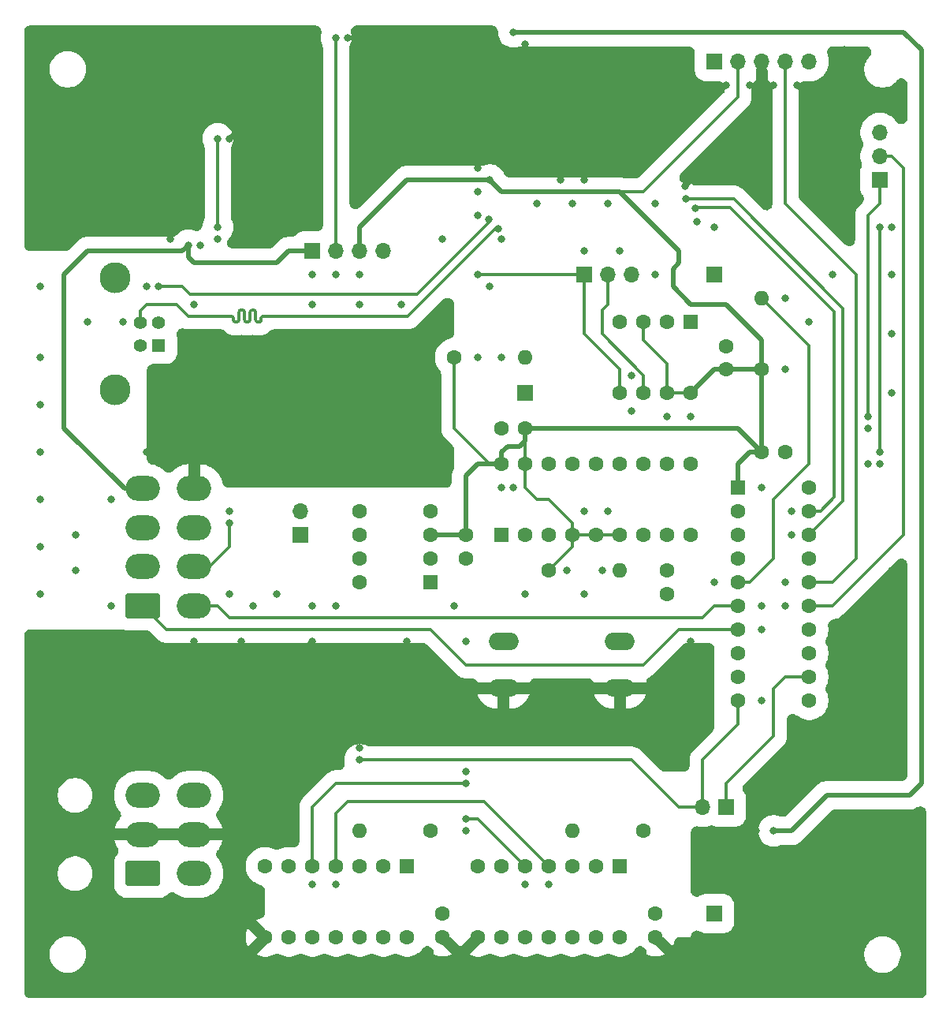
<source format=gbr>
%TF.GenerationSoftware,KiCad,Pcbnew,9.0.0*%
%TF.CreationDate,2025-10-01T16:31:19-04:00*%
%TF.ProjectId,can_gauge_interface,63616e5f-6761-4756-9765-5f696e746572,0.2*%
%TF.SameCoordinates,Original*%
%TF.FileFunction,Copper,L4,Bot*%
%TF.FilePolarity,Positive*%
%FSLAX46Y46*%
G04 Gerber Fmt 4.6, Leading zero omitted, Abs format (unit mm)*
G04 Created by KiCad (PCBNEW 9.0.0) date 2025-10-01 16:31:19*
%MOMM*%
%LPD*%
G01*
G04 APERTURE LIST*
G04 Aperture macros list*
%AMRoundRect*
0 Rectangle with rounded corners*
0 $1 Rounding radius*
0 $2 $3 $4 $5 $6 $7 $8 $9 X,Y pos of 4 corners*
0 Add a 4 corners polygon primitive as box body*
4,1,4,$2,$3,$4,$5,$6,$7,$8,$9,$2,$3,0*
0 Add four circle primitives for the rounded corners*
1,1,$1+$1,$2,$3*
1,1,$1+$1,$4,$5*
1,1,$1+$1,$6,$7*
1,1,$1+$1,$8,$9*
0 Add four rect primitives between the rounded corners*
20,1,$1+$1,$2,$3,$4,$5,0*
20,1,$1+$1,$4,$5,$6,$7,0*
20,1,$1+$1,$6,$7,$8,$9,0*
20,1,$1+$1,$8,$9,$2,$3,0*%
G04 Aperture macros list end*
%TA.AperFunction,ComponentPad*%
%ADD10RoundRect,0.250001X1.599999X-1.099999X1.599999X1.099999X-1.599999X1.099999X-1.599999X-1.099999X0*%
%TD*%
%TA.AperFunction,ComponentPad*%
%ADD11O,3.700000X2.700000*%
%TD*%
%TA.AperFunction,ComponentPad*%
%ADD12R,1.408000X1.408000*%
%TD*%
%TA.AperFunction,ComponentPad*%
%ADD13C,1.408000*%
%TD*%
%TA.AperFunction,ComponentPad*%
%ADD14C,3.316000*%
%TD*%
%TA.AperFunction,ComponentPad*%
%ADD15R,1.700000X1.700000*%
%TD*%
%TA.AperFunction,ComponentPad*%
%ADD16O,1.700000X1.700000*%
%TD*%
%TA.AperFunction,ComponentPad*%
%ADD17C,1.600000*%
%TD*%
%TA.AperFunction,ComponentPad*%
%ADD18O,1.600000X1.600000*%
%TD*%
%TA.AperFunction,ComponentPad*%
%ADD19O,3.200000X1.900000*%
%TD*%
%TA.AperFunction,ComponentPad*%
%ADD20RoundRect,0.250000X-0.550000X0.550000X-0.550000X-0.550000X0.550000X-0.550000X0.550000X0.550000X0*%
%TD*%
%TA.AperFunction,ComponentPad*%
%ADD21RoundRect,0.250000X0.550000X0.550000X-0.550000X0.550000X-0.550000X-0.550000X0.550000X-0.550000X0*%
%TD*%
%TA.AperFunction,ComponentPad*%
%ADD22RoundRect,0.250000X-0.550000X-0.550000X0.550000X-0.550000X0.550000X0.550000X-0.550000X0.550000X0*%
%TD*%
%TA.AperFunction,ComponentPad*%
%ADD23RoundRect,0.250000X0.550000X-0.550000X0.550000X0.550000X-0.550000X0.550000X-0.550000X-0.550000X0*%
%TD*%
%TA.AperFunction,ViaPad*%
%ADD24C,0.812800*%
%TD*%
%TA.AperFunction,Conductor*%
%ADD25C,0.508000*%
%TD*%
%TA.AperFunction,Conductor*%
%ADD26C,0.304800*%
%TD*%
G04 APERTURE END LIST*
D10*
%TO.P,J3,1,Pin_1*%
%TO.N,/AN1*%
X63080000Y-193820000D03*
D11*
%TO.P,J3,2,Pin_2*%
%TO.N,GND*%
X63080000Y-189620000D03*
%TO.P,J3,3,Pin_3*%
%TO.N,/AN4*%
X63080000Y-185420000D03*
%TO.P,J3,4,Pin_4*%
%TO.N,/AN2*%
X68580000Y-193820000D03*
%TO.P,J3,5,Pin_5*%
%TO.N,GND*%
X68580000Y-189620000D03*
%TO.P,J3,6,Pin_6*%
%TO.N,/AN3*%
X68580000Y-185420000D03*
%TD*%
D10*
%TO.P,J2,1,Pin_1*%
%TO.N,/Tach*%
X63080000Y-165100000D03*
D11*
%TO.P,J2,2,Pin_2*%
%TO.N,GND*%
X63080000Y-160900000D03*
%TO.P,J2,3,Pin_3*%
X63080000Y-156700000D03*
%TO.P,J2,4,Pin_4*%
%TO.N,+12V*%
X63080000Y-152500000D03*
%TO.P,J2,5,Pin_5*%
%TO.N,/Speed*%
X68580000Y-165100000D03*
%TO.P,J2,6,Pin_6*%
%TO.N,/CAN_H*%
X68580000Y-160900000D03*
%TO.P,J2,7,Pin_7*%
%TO.N,/CAN_L*%
X68580000Y-156700000D03*
%TO.P,J2,8,Pin_8*%
%TO.N,GND*%
X68580000Y-152500000D03*
%TD*%
D12*
%TO.P,J1,1,VBUS*%
%TO.N,unconnected-(J1-VBUS-Pad1)*%
X64770000Y-137160000D03*
D13*
%TO.P,J1,2,D-*%
%TO.N,/USB_D-*%
X64770000Y-134660000D03*
%TO.P,J1,3,D+*%
%TO.N,/USB_D+*%
X62770000Y-134660000D03*
%TO.P,J1,4,GND*%
%TO.N,GND*%
X62770000Y-137160000D03*
D14*
%TO.P,J1,5,Shield*%
%TO.N,unconnected-(J1-Shield-Pad5)*%
X60070000Y-129890000D03*
%TO.N,unconnected-(J1-Shield-Pad5)_1*%
X60070000Y-141930000D03*
%TD*%
D15*
%TO.P,J7,1,Pin_1*%
%TO.N,/ROM_~{CS}*%
X124460000Y-129540000D03*
%TD*%
%TO.P,J9,1,Pin_1*%
%TO.N,+12V*%
X81280000Y-127000000D03*
D16*
%TO.P,J9,2,Pin_2*%
%TO.N,+7V*%
X83820000Y-127000000D03*
%TO.P,J9,3,Pin_3*%
%TO.N,+5V*%
X86360000Y-127000000D03*
%TO.P,J9,4,Pin_4*%
%TO.N,GND*%
X88900000Y-127000000D03*
%TD*%
D17*
%TO.P,R10,1*%
%TO.N,+5VA*%
X93980000Y-189230000D03*
D18*
%TO.P,R10,2*%
%TO.N,/DAC1_~{CS}*%
X86360000Y-189230000D03*
%TD*%
D17*
%TO.P,C16,1*%
%TO.N,+5VA*%
X95250000Y-198120000D03*
%TO.P,C16,2*%
%TO.N,GND*%
X95250000Y-200620000D03*
%TD*%
D15*
%TO.P,JP2,1,A*%
%TO.N,/CAN_L*%
X80010000Y-157480000D03*
D16*
%TO.P,JP2,2,B*%
%TO.N,Net-(JP2-B)*%
X80010000Y-154940000D03*
%TD*%
D17*
%TO.P,R6,1*%
%TO.N,+5V*%
X106680000Y-161290000D03*
D18*
%TO.P,R6,2*%
%TO.N,/~{MCLR}*%
X114300000Y-161290000D03*
%TD*%
D15*
%TO.P,J8,1,Pin_1*%
%TO.N,/DAC2_~{CS}*%
X125730000Y-186690000D03*
D16*
%TO.P,J8,2,Pin_2*%
%TO.N,/DAC1_~{CS}*%
X123190000Y-186690000D03*
%TD*%
D19*
%TO.P,SW1,1,1*%
%TO.N,GND*%
X114300000Y-173910000D03*
X101800000Y-173910000D03*
%TO.P,SW1,2,2*%
%TO.N,/~{MCLR}*%
X114300000Y-168910000D03*
X101800000Y-168910000D03*
%TD*%
D15*
%TO.P,J6,1,Pin_1*%
%TO.N,/CAN_~{CS}*%
X104140000Y-142240000D03*
%TD*%
D17*
%TO.P,R9,1*%
%TO.N,+5V*%
X129540000Y-139700000D03*
D18*
%TO.P,R9,2*%
%TO.N,/ROM_~{CS}*%
X129540000Y-132080000D03*
%TD*%
D15*
%TO.P,JP1,1,A*%
%TO.N,/INT*%
X142240000Y-119380000D03*
D16*
%TO.P,JP1,2,C*%
%TO.N,/INT{slash}ICSP_CLK*%
X142240000Y-116840000D03*
%TO.P,JP1,3,B*%
%TO.N,/ICSP_CLK*%
X142240000Y-114300000D03*
%TD*%
D20*
%TO.P,U8,1,Vdd*%
%TO.N,+5VA*%
X91440000Y-193040000D03*
D17*
%TO.P,U8,2,NC*%
%TO.N,unconnected-(U8-NC-Pad2)*%
X88900000Y-193040000D03*
%TO.P,U8,3,~{CS}*%
%TO.N,/DAC1_~{CS}*%
X86360000Y-193040000D03*
%TO.P,U8,4,SCK*%
%TO.N,/SCK*%
X83820000Y-193040000D03*
%TO.P,U8,5,SDI*%
%TO.N,/MOSI*%
X81280000Y-193040000D03*
%TO.P,U8,6,NC*%
%TO.N,unconnected-(U8-NC-Pad6)*%
X78740000Y-193040000D03*
%TO.P,U8,7,NC*%
%TO.N,unconnected-(U8-NC-Pad7)*%
X76200000Y-193040000D03*
%TO.P,U8,8,~{LDAC}*%
%TO.N,GND*%
X76200000Y-200660000D03*
%TO.P,U8,9,~{SHDN}*%
%TO.N,+5VA*%
X78740000Y-200660000D03*
%TO.P,U8,10,VB*%
%TO.N,/AN2*%
X81280000Y-200660000D03*
%TO.P,U8,11,VrefB*%
%TO.N,+5VA*%
X83820000Y-200660000D03*
%TO.P,U8,12,Vss*%
%TO.N,GND*%
X86360000Y-200660000D03*
%TO.P,U8,13,VrefA*%
%TO.N,+5VA*%
X88900000Y-200660000D03*
%TO.P,U8,14,VA*%
%TO.N,/AN1*%
X91440000Y-200660000D03*
%TD*%
D21*
%TO.P,U3,1,TXD*%
%TO.N,/CAN_TX*%
X93980000Y-162560000D03*
D17*
%TO.P,U3,2,VSS*%
%TO.N,GND*%
X93980000Y-160020000D03*
%TO.P,U3,3,VDD*%
%TO.N,+5V*%
X93980000Y-157480000D03*
%TO.P,U3,4,RXD*%
%TO.N,/CAN_RX*%
X93980000Y-154940000D03*
%TO.P,U3,5,SPLIT*%
%TO.N,unconnected-(U3-SPLIT-Pad5)*%
X86360000Y-154940000D03*
%TO.P,U3,6,CANL*%
%TO.N,/CAN_L*%
X86360000Y-157480000D03*
%TO.P,U3,7,CANH*%
%TO.N,/CAN_H*%
X86360000Y-160020000D03*
%TO.P,U3,8,STBY*%
%TO.N,GND*%
X86360000Y-162560000D03*
%TD*%
%TO.P,R7,1*%
%TO.N,+5V*%
X96520000Y-138430000D03*
D18*
%TO.P,R7,2*%
%TO.N,/CAN_~{CS}*%
X104140000Y-138430000D03*
%TD*%
D15*
%TO.P,J4,1,Pin_1*%
%TO.N,/~{MCLR}*%
X124460000Y-106680000D03*
D16*
%TO.P,J4,2,Pin_2*%
%TO.N,+5V*%
X127000000Y-106680000D03*
%TO.P,J4,3,Pin_3*%
%TO.N,GND*%
X129540000Y-106680000D03*
%TO.P,J4,4,Pin_4*%
%TO.N,/ICSP_DAT*%
X132080000Y-106680000D03*
%TO.P,J4,5,Pin_5*%
%TO.N,/ICSP_CLK*%
X134620000Y-106680000D03*
%TD*%
D17*
%TO.P,C14,1*%
%TO.N,GND*%
X97790000Y-159980000D03*
%TO.P,C14,2*%
%TO.N,+5V*%
X97790000Y-157480000D03*
%TD*%
D15*
%TO.P,J5,1,Pin_1*%
%TO.N,/MOSI*%
X110490000Y-129540000D03*
D16*
%TO.P,J5,2,Pin_2*%
%TO.N,/SCK*%
X113030000Y-129540000D03*
%TO.P,J5,3,Pin_3*%
%TO.N,/MISO*%
X115570000Y-129540000D03*
%TD*%
D15*
%TO.P,J10,1,Pin_1*%
%TO.N,+5VA*%
X124460000Y-198120000D03*
%TD*%
D22*
%TO.P,U1,1,VDD*%
%TO.N,+5V*%
X127000000Y-152400000D03*
D17*
%TO.P,U1,2,RA5/SOSCI/T1CKI/OSC1/CLKIN*%
%TO.N,/CAN_~{CS}*%
X127000000Y-154940000D03*
%TO.P,U1,3,RA4/AN3/SOSCO/T1G/OSC2/CLKOUT/CLKR*%
%TO.N,/CLK*%
X127000000Y-157480000D03*
%TO.P,U1,4,RA3/T1G/~{SS}/~{MCLR}/Vpp*%
%TO.N,/~{MCLR}*%
X127000000Y-160020000D03*
%TO.P,U1,5,PWM1/CWG1A/T0CKI/RC5*%
%TO.N,/ROM_~{CS}*%
X127000000Y-162560000D03*
%TO.P,U1,6,CWG1B/C1OUT/C2OUT/RC4*%
%TO.N,/Speed*%
X127000000Y-165100000D03*
%TO.P,U1,7,CLKR/C1IN3-/C2IN3-/DACOUT2/AN7/RC3*%
%TO.N,/Tach*%
X127000000Y-167640000D03*
%TO.P,U1,8,~{SS}/PWM2/AN8/RC6*%
%TO.N,unconnected-(U1-~{SS}{slash}PWM2{slash}AN8{slash}RC6-Pad8)*%
X127000000Y-170180000D03*
%TO.P,U1,9,SDO/AN9/RC7*%
%TO.N,/MOSI*%
X127000000Y-172720000D03*
%TO.P,U1,10,RB7/TX/CK*%
%TO.N,/DAC1_~{CS}*%
X127000000Y-175260000D03*
%TO.P,U1,11,RB6/SCL/SCK*%
%TO.N,/SCK*%
X134620000Y-175260000D03*
%TO.P,U1,12,RB5/AN11/RX/DX*%
%TO.N,/DAC2_~{CS}*%
X134620000Y-172720000D03*
%TO.P,U1,13,RB4/AN10/SDA/SDI*%
%TO.N,/MISO*%
X134620000Y-170180000D03*
%TO.P,U1,14,C2IN2-/C1IN2-/DACOUT1/AN6/RC2*%
%TO.N,unconnected-(U1-C2IN2-{slash}C1IN2-{slash}DACOUT1{slash}AN6{slash}RC2-Pad14)*%
X134620000Y-167640000D03*
%TO.P,U1,15,ICSPCLK/~{CWGFLT}/C2IN-/C1IN-/AN5/RC1*%
%TO.N,/INT{slash}ICSP_CLK*%
X134620000Y-165100000D03*
%TO.P,U1,16,ICSPDAT/C2IN+/C1IN+/Vref+/AN4/RC0*%
%TO.N,/ICSP_DAT*%
X134620000Y-162560000D03*
%TO.P,U1,17,Vusb3v3*%
%TO.N,Net-(U1-Vusb3v3)*%
X134620000Y-160020000D03*
%TO.P,U1,18,RA1/D-/ICSPCLK*%
%TO.N,/USB_D-*%
X134620000Y-157480000D03*
%TO.P,U1,19,RA0/D+/ICSPDAT*%
%TO.N,/USB_D+*%
X134620000Y-154940000D03*
%TO.P,U1,20,VSS*%
%TO.N,GND*%
X134620000Y-152400000D03*
%TD*%
%TO.P,C12,1*%
%TO.N,/~{MCLR}*%
X119380000Y-161290000D03*
%TO.P,C12,2*%
%TO.N,GND*%
X119380000Y-163790000D03*
%TD*%
%TO.P,C17,1*%
%TO.N,+5VA*%
X118110000Y-198120000D03*
%TO.P,C17,2*%
%TO.N,GND*%
X118110000Y-200620000D03*
%TD*%
%TO.P,C10,1*%
%TO.N,+5V*%
X129540000Y-148590000D03*
%TO.P,C10,2*%
%TO.N,GND*%
X132040000Y-148590000D03*
%TD*%
%TO.P,C13,1*%
%TO.N,GND*%
X101600000Y-146050000D03*
%TO.P,C13,2*%
%TO.N,+5V*%
X104100000Y-146050000D03*
%TD*%
%TO.P,R11,1*%
%TO.N,+5VA*%
X116840000Y-189230000D03*
D18*
%TO.P,R11,2*%
%TO.N,/DAC2_~{CS}*%
X109220000Y-189230000D03*
%TD*%
D23*
%TO.P,U2,1,TXCAN*%
%TO.N,/CAN_TX*%
X101600000Y-157480000D03*
D17*
%TO.P,U2,2,RXCAN*%
%TO.N,/CAN_RX*%
X104140000Y-157480000D03*
%TO.P,U2,3,CLKOUT/SOF*%
%TO.N,unconnected-(U2-CLKOUT{slash}SOF-Pad3)*%
X106680000Y-157480000D03*
%TO.P,U2,4,~{TX0RTS}*%
%TO.N,+5V*%
X109220000Y-157480000D03*
%TO.P,U2,5,~{TX1RTS}*%
X111760000Y-157480000D03*
%TO.P,U2,6,~{TX2RTS}*%
X114300000Y-157480000D03*
%TO.P,U2,7,OSC2*%
%TO.N,unconnected-(U2-OSC2-Pad7)*%
X116840000Y-157480000D03*
%TO.P,U2,8,OSC1*%
%TO.N,/CLK*%
X119380000Y-157480000D03*
%TO.P,U2,9,VSS*%
%TO.N,GND*%
X121920000Y-157480000D03*
%TO.P,U2,10,~{RX1BF}*%
%TO.N,unconnected-(U2-~{RX1BF}-Pad10)*%
X121920000Y-149860000D03*
%TO.P,U2,11,~{RX0BF}*%
%TO.N,unconnected-(U2-~{RX0BF}-Pad11)*%
X119380000Y-149860000D03*
%TO.P,U2,12,~{INT}*%
%TO.N,/INT*%
X116840000Y-149860000D03*
%TO.P,U2,13,SCK*%
%TO.N,/SCK*%
X114300000Y-149860000D03*
%TO.P,U2,14,SI*%
%TO.N,/MOSI*%
X111760000Y-149860000D03*
%TO.P,U2,15,SO*%
%TO.N,/MISO*%
X109220000Y-149860000D03*
%TO.P,U2,16,~{CS}*%
%TO.N,/CAN_~{CS}*%
X106680000Y-149860000D03*
%TO.P,U2,17,~{RESET}*%
%TO.N,+5V*%
X104140000Y-149860000D03*
%TO.P,U2,18,VDD*%
X101600000Y-149860000D03*
%TD*%
D20*
%TO.P,U4,1,~{CS}*%
%TO.N,/ROM_~{CS}*%
X121920000Y-134620000D03*
D17*
%TO.P,U4,2,MISO*%
%TO.N,/MISO*%
X119380000Y-134620000D03*
%TO.P,U4,3,~{WP}*%
%TO.N,+5V*%
X116840000Y-134620000D03*
%TO.P,U4,4,GND*%
%TO.N,GND*%
X114300000Y-134620000D03*
%TO.P,U4,5,MOSI*%
%TO.N,/MOSI*%
X114300000Y-142240000D03*
%TO.P,U4,6,SCK*%
%TO.N,/SCK*%
X116840000Y-142240000D03*
%TO.P,U4,7,~{HOLD}*%
%TO.N,+5V*%
X119380000Y-142240000D03*
%TO.P,U4,8,VCC*%
X121920000Y-142240000D03*
%TD*%
%TO.P,C15,1*%
%TO.N,GND*%
X125730000Y-137200000D03*
%TO.P,C15,2*%
%TO.N,+5V*%
X125730000Y-139700000D03*
%TD*%
D20*
%TO.P,U9,1,Vdd*%
%TO.N,+5VA*%
X114300000Y-193040000D03*
D17*
%TO.P,U9,2,NC*%
%TO.N,unconnected-(U9-NC-Pad2)*%
X111760000Y-193040000D03*
%TO.P,U9,3,~{CS}*%
%TO.N,/DAC2_~{CS}*%
X109220000Y-193040000D03*
%TO.P,U9,4,SCK*%
%TO.N,/SCK*%
X106680000Y-193040000D03*
%TO.P,U9,5,SDI*%
%TO.N,/MOSI*%
X104140000Y-193040000D03*
%TO.P,U9,6,NC*%
%TO.N,unconnected-(U9-NC-Pad6)*%
X101600000Y-193040000D03*
%TO.P,U9,7,NC*%
%TO.N,unconnected-(U9-NC-Pad7)*%
X99060000Y-193040000D03*
%TO.P,U9,8,~{LDAC}*%
%TO.N,GND*%
X99060000Y-200660000D03*
%TO.P,U9,9,~{SHDN}*%
%TO.N,+5VA*%
X101600000Y-200660000D03*
%TO.P,U9,10,VB*%
%TO.N,/AN4*%
X104140000Y-200660000D03*
%TO.P,U9,11,VrefB*%
%TO.N,+5VA*%
X106680000Y-200660000D03*
%TO.P,U9,12,Vss*%
%TO.N,GND*%
X109220000Y-200660000D03*
%TO.P,U9,13,VrefA*%
%TO.N,+5VA*%
X111760000Y-200660000D03*
%TO.P,U9,14,VA*%
%TO.N,/AN3*%
X114300000Y-200660000D03*
%TD*%
D24*
%TO.N,GND*%
X128270000Y-109220000D03*
X68580000Y-148590000D03*
X78740000Y-179070000D03*
X66040000Y-125730000D03*
X71755000Y-111760000D03*
X52070000Y-148590000D03*
X73660000Y-113665000D03*
X86360000Y-132715000D03*
X122555000Y-123825000D03*
X138430000Y-182880000D03*
X99060000Y-138430000D03*
X63500000Y-124460000D03*
X58420000Y-179070000D03*
X96520000Y-179070000D03*
X86360000Y-115570000D03*
X139700000Y-116840000D03*
X106680000Y-179070000D03*
X110490000Y-109220000D03*
X125730000Y-109220000D03*
X113030000Y-111760000D03*
X146050000Y-196850000D03*
X118110000Y-129540000D03*
X67310000Y-111760000D03*
X110490000Y-119380000D03*
X137160000Y-129540000D03*
X95250000Y-134620000D03*
X83820000Y-143510000D03*
X68580000Y-138430000D03*
X121920000Y-168910000D03*
X73660000Y-173990000D03*
X138430000Y-199390000D03*
X60960000Y-205740000D03*
X69215000Y-126365000D03*
X119380000Y-144780000D03*
X59690000Y-105410000D03*
X146050000Y-193040000D03*
X55880000Y-157480000D03*
X57150000Y-134620000D03*
X143510000Y-129540000D03*
X143510000Y-189230000D03*
X120650000Y-181610000D03*
X75565000Y-117475000D03*
X74930000Y-165100000D03*
X104140000Y-104775000D03*
X81280000Y-129540000D03*
X111760000Y-179070000D03*
X78740000Y-143510000D03*
X52070000Y-168910000D03*
X118110000Y-116840000D03*
X91440000Y-173990000D03*
X68580000Y-173990000D03*
X65405000Y-111760000D03*
X55880000Y-121920000D03*
X73660000Y-148590000D03*
X121285000Y-120015000D03*
X81280000Y-132715000D03*
X132080000Y-139700000D03*
X138430000Y-189230000D03*
X124460000Y-124460000D03*
X63500000Y-179070000D03*
X132080000Y-162560000D03*
X110490000Y-127000000D03*
X59690000Y-153670000D03*
X128905000Y-189230000D03*
X107950000Y-119380000D03*
X99060000Y-120650000D03*
X140970000Y-149860000D03*
X90170000Y-116840000D03*
X87630000Y-143510000D03*
X142240000Y-149860000D03*
X132715000Y-157480000D03*
X143510000Y-142240000D03*
X93980000Y-151130000D03*
X63500000Y-148590000D03*
X83820000Y-148590000D03*
X52070000Y-130810000D03*
X143510000Y-124460000D03*
X128270000Y-186690000D03*
X132080000Y-165100000D03*
X134620000Y-119380000D03*
X85090000Y-104140000D03*
X52070000Y-198120000D03*
X129540000Y-165100000D03*
X138430000Y-105410000D03*
X91440000Y-168910000D03*
X130810000Y-109220000D03*
X52070000Y-116840000D03*
X106680000Y-205740000D03*
X129540000Y-152400000D03*
X134620000Y-134620000D03*
X93980000Y-107950000D03*
X116840000Y-177800000D03*
X52070000Y-119380000D03*
X59690000Y-165100000D03*
X146050000Y-205740000D03*
X101600000Y-125730000D03*
X133350000Y-109220000D03*
X144780000Y-182880000D03*
X144780000Y-177800000D03*
X144780000Y-111760000D03*
X55880000Y-189230000D03*
X59690000Y-121920000D03*
X78740000Y-173990000D03*
X97790000Y-168910000D03*
X115570000Y-140335000D03*
X73660000Y-179070000D03*
X73660000Y-138430000D03*
X55880000Y-119380000D03*
X52070000Y-153670000D03*
X95250000Y-125730000D03*
X72390000Y-163830000D03*
X86360000Y-129540000D03*
X106680000Y-194945000D03*
X132080000Y-182880000D03*
X104140000Y-163830000D03*
X143510000Y-161290000D03*
X75565000Y-114935000D03*
X78740000Y-189230000D03*
X112395000Y-161290000D03*
X63500000Y-168910000D03*
X87630000Y-138430000D03*
X121920000Y-144780000D03*
X138430000Y-177800000D03*
X140970000Y-189230000D03*
X113030000Y-114300000D03*
X83820000Y-165100000D03*
X60960000Y-134620000D03*
X115570000Y-144145000D03*
X118110000Y-111760000D03*
X68580000Y-132715000D03*
X68580000Y-179070000D03*
X71120000Y-125730000D03*
X123190000Y-118110000D03*
X63500000Y-173990000D03*
X52070000Y-179070000D03*
X129540000Y-114300000D03*
X58420000Y-168910000D03*
X77470000Y-163830000D03*
X138430000Y-205740000D03*
X55880000Y-161290000D03*
X105410000Y-121920000D03*
X116840000Y-205740000D03*
X93980000Y-143510000D03*
X99060000Y-118110000D03*
X100330000Y-130810000D03*
X102870000Y-152400000D03*
X52070000Y-163830000D03*
X87630000Y-148590000D03*
X118110000Y-121920000D03*
X72390000Y-114935000D03*
X123190000Y-189230000D03*
X52070000Y-138430000D03*
X83820000Y-129540000D03*
X144780000Y-172720000D03*
X63500000Y-130810000D03*
X90805000Y-132715000D03*
X104140000Y-194945000D03*
X101600000Y-152400000D03*
X63500000Y-121920000D03*
X73660000Y-143510000D03*
X86360000Y-176530000D03*
X73660000Y-168910000D03*
X52070000Y-111760000D03*
X137160000Y-172720000D03*
X107950000Y-109220000D03*
X101600000Y-138430000D03*
X71120000Y-135890000D03*
X97790000Y-189230000D03*
X137160000Y-121920000D03*
X118110000Y-106680000D03*
X52070000Y-124460000D03*
X139700000Y-119380000D03*
X78740000Y-138430000D03*
X83820000Y-194945000D03*
X146050000Y-189230000D03*
X113030000Y-106680000D03*
X72390000Y-154940000D03*
X121920000Y-172720000D03*
X134620000Y-114300000D03*
X59690000Y-119380000D03*
X78740000Y-184150000D03*
X129540000Y-175260000D03*
X138430000Y-166370000D03*
X132080000Y-132080000D03*
X107950000Y-173990000D03*
X81280000Y-194945000D03*
X97790000Y-182880000D03*
X124460000Y-162560000D03*
X83820000Y-138430000D03*
X78740000Y-148590000D03*
X93980000Y-147320000D03*
X55880000Y-124460000D03*
X93980000Y-139700000D03*
X81280000Y-165100000D03*
X108585000Y-161290000D03*
X73660000Y-189230000D03*
X58420000Y-173990000D03*
X132715000Y-154940000D03*
X143510000Y-196850000D03*
X68580000Y-168910000D03*
X110490000Y-154940000D03*
X144780000Y-167640000D03*
X113030000Y-154940000D03*
X113030000Y-116840000D03*
X63500000Y-119380000D03*
X59690000Y-124460000D03*
X75565000Y-111760000D03*
X52070000Y-143510000D03*
X113030000Y-121920000D03*
X86360000Y-180340000D03*
X96520000Y-165100000D03*
X52070000Y-104140000D03*
X129540000Y-167640000D03*
X52070000Y-158750000D03*
X68580000Y-143510000D03*
X143510000Y-193040000D03*
X99060000Y-123190000D03*
X81280000Y-135890000D03*
X107950000Y-106680000D03*
X109220000Y-121920000D03*
X73660000Y-184150000D03*
X52070000Y-121920000D03*
X73660000Y-196850000D03*
X110490000Y-163830000D03*
X52070000Y-173990000D03*
X81280000Y-168910000D03*
X114300000Y-127000000D03*
X140970000Y-146050000D03*
X91440000Y-179070000D03*
X101600000Y-179070000D03*
X143510000Y-135890000D03*
%TO.N,+12V*%
X67945000Y-126365000D03*
%TO.N,Net-(U5-BOOT)*%
X71120000Y-114935000D03*
X71120000Y-124460000D03*
%TO.N,+7V*%
X102870000Y-103505000D03*
X83820000Y-104140000D03*
X130810000Y-189230000D03*
%TO.N,+5V*%
X100330000Y-119380000D03*
%TO.N,/~{MCLR}*%
X142240000Y-124460000D03*
X142240000Y-148590000D03*
%TO.N,/USB_D+*%
X122431875Y-122431875D03*
X101218172Y-124595578D03*
%TO.N,/USB_D-*%
X100194422Y-123571828D03*
X121408125Y-121408125D03*
X64770000Y-130810000D03*
%TO.N,/CAN_H*%
X72390000Y-156210000D03*
%TO.N,/MOSI*%
X97790000Y-187960000D03*
X99060000Y-129540000D03*
X97790000Y-184150000D03*
%TO.N,/DAC1_~{CS}*%
X86360000Y-181610000D03*
%TO.N,/INT*%
X140970000Y-144780000D03*
%TD*%
D25*
%TO.N,GND*%
X72390000Y-114935000D02*
X73660000Y-113665000D01*
X130810000Y-109220000D02*
X128270000Y-109220000D01*
X68580000Y-168910000D02*
X68580000Y-173990000D01*
X125730000Y-109220000D02*
X120650000Y-109220000D01*
X111760000Y-116840000D02*
X113030000Y-116840000D01*
X121285000Y-120015000D02*
X123190000Y-118110000D01*
X107950000Y-118110000D02*
X109220000Y-116840000D01*
X121920000Y-168910000D02*
X121920000Y-172720000D01*
X120650000Y-109220000D02*
X118110000Y-111760000D01*
X107950000Y-119380000D02*
X107950000Y-118110000D01*
X134620000Y-110490000D02*
X134620000Y-114300000D01*
X109220000Y-116840000D02*
X113030000Y-116840000D01*
X85090000Y-104140000D02*
X90170000Y-104140000D01*
X104140000Y-104775000D02*
X104140000Y-105410000D01*
X105410000Y-106680000D02*
X107950000Y-106680000D01*
X133350000Y-109220000D02*
X134620000Y-110490000D01*
X78740000Y-171450000D02*
X78740000Y-173990000D01*
X110490000Y-119380000D02*
X110490000Y-118110000D01*
X90170000Y-104140000D02*
X93980000Y-107950000D01*
X110490000Y-118110000D02*
X111760000Y-116840000D01*
X81280000Y-168910000D02*
X78740000Y-171450000D01*
X104140000Y-105410000D02*
X105410000Y-106680000D01*
X73660000Y-168910000D02*
X73660000Y-173990000D01*
%TO.N,+12V*%
X54610000Y-146050000D02*
X61060000Y-152500000D01*
X67945000Y-126365000D02*
X67310000Y-127000000D01*
X77470000Y-128270000D02*
X68580000Y-128270000D01*
X68580000Y-128270000D02*
X67945000Y-127635000D01*
X67310000Y-127000000D02*
X57150000Y-127000000D01*
X57150000Y-127000000D02*
X54610000Y-129540000D01*
X61060000Y-152500000D02*
X63080000Y-152500000D01*
X78740000Y-127000000D02*
X77470000Y-128270000D01*
X54610000Y-129540000D02*
X54610000Y-146050000D01*
X81280000Y-127000000D02*
X78740000Y-127000000D01*
X67945000Y-127635000D02*
X67945000Y-126365000D01*
D26*
%TO.N,Net-(U5-BOOT)*%
X71120000Y-114935000D02*
X71120000Y-124460000D01*
D25*
%TO.N,+7V*%
X146685000Y-105410000D02*
X146685000Y-184150000D01*
X102870000Y-103505000D02*
X144780000Y-103505000D01*
X144780000Y-103505000D02*
X146685000Y-105410000D01*
X146685000Y-184150000D02*
X145415000Y-185420000D01*
X136525000Y-185420000D02*
X132715000Y-189230000D01*
X145415000Y-185420000D02*
X136525000Y-185420000D01*
X132715000Y-189230000D02*
X130810000Y-189230000D01*
D26*
X83820000Y-127000000D02*
X83820000Y-104140000D01*
%TO.N,+5V*%
X119380000Y-139065000D02*
X116840000Y-136525000D01*
X119380000Y-142240000D02*
X121920000Y-142240000D01*
D25*
X128270000Y-148590000D02*
X127000000Y-149860000D01*
D26*
X119380000Y-142240000D02*
X119380000Y-139065000D01*
D25*
X86360000Y-127000000D02*
X86360000Y-124460000D01*
X129540000Y-148590000D02*
X127000000Y-146050000D01*
X101600000Y-149860000D02*
X99060000Y-149860000D01*
D26*
X96520000Y-146050000D02*
X100330000Y-149860000D01*
X100330000Y-149860000D02*
X101600000Y-149860000D01*
D25*
X100330000Y-119380000D02*
X101600000Y-120650000D01*
X91440000Y-119380000D02*
X100330000Y-119380000D01*
D26*
X109220000Y-156210000D02*
X109220000Y-157480000D01*
D25*
X124460000Y-139700000D02*
X121920000Y-142240000D01*
X120650000Y-128270000D02*
X120015000Y-128905000D01*
X120015000Y-128905000D02*
X120015000Y-130810000D01*
X97790000Y-151130000D02*
X97790000Y-157480000D01*
X125730000Y-132715000D02*
X129540000Y-136525000D01*
X127000000Y-149860000D02*
X127000000Y-152400000D01*
D26*
X109220000Y-158750000D02*
X106680000Y-161290000D01*
X104140000Y-149860000D02*
X104140000Y-152400000D01*
D25*
X125730000Y-139700000D02*
X124460000Y-139700000D01*
X120650000Y-127000000D02*
X120650000Y-128270000D01*
D26*
X109220000Y-157480000D02*
X114300000Y-157480000D01*
D25*
X121920000Y-132715000D02*
X125730000Y-132715000D01*
X97790000Y-157480000D02*
X93980000Y-157480000D01*
D26*
X127000000Y-106680000D02*
X127000000Y-110490000D01*
D25*
X129540000Y-139700000D02*
X129540000Y-148590000D01*
D26*
X105410000Y-153670000D02*
X106680000Y-153670000D01*
D25*
X99060000Y-149860000D02*
X97790000Y-151130000D01*
X101600000Y-148590000D02*
X101600000Y-149860000D01*
X114300000Y-120650000D02*
X120650000Y-127000000D01*
X120015000Y-130810000D02*
X121920000Y-132715000D01*
X129540000Y-136525000D02*
X129540000Y-139700000D01*
D26*
X104140000Y-149860000D02*
X104140000Y-146090000D01*
D25*
X86360000Y-124460000D02*
X91440000Y-119380000D01*
X129540000Y-139700000D02*
X125730000Y-139700000D01*
D26*
X109220000Y-157480000D02*
X109220000Y-158750000D01*
D25*
X103505000Y-147955000D02*
X102235000Y-147955000D01*
X127000000Y-146050000D02*
X104100000Y-146050000D01*
D26*
X127000000Y-110490000D02*
X116840000Y-120650000D01*
D25*
X101600000Y-120650000D02*
X114300000Y-120650000D01*
X102235000Y-147955000D02*
X101600000Y-148590000D01*
D26*
X96520000Y-138430000D02*
X96520000Y-146050000D01*
X106680000Y-153670000D02*
X109220000Y-156210000D01*
D25*
X129540000Y-148590000D02*
X128270000Y-148590000D01*
X104100000Y-146050000D02*
X104100000Y-147360000D01*
D26*
X116840000Y-120650000D02*
X114300000Y-120650000D01*
X116840000Y-136525000D02*
X116840000Y-134620000D01*
X104140000Y-146090000D02*
X104100000Y-146050000D01*
D25*
X104100000Y-147360000D02*
X103505000Y-147955000D01*
D26*
X104140000Y-152400000D02*
X105410000Y-153670000D01*
%TO.N,/~{MCLR}*%
X142240000Y-148590000D02*
X142240000Y-124460000D01*
%TO.N,/USB_D+*%
X73017588Y-134636703D02*
X73137588Y-134636703D01*
X74577588Y-134396703D02*
X74577588Y-133985000D01*
X75417588Y-134636689D02*
X75537588Y-134636689D01*
X75177588Y-133573297D02*
X75177588Y-133985000D01*
X84395645Y-133985000D02*
X91469540Y-133985000D01*
X62770000Y-133445000D02*
X63500000Y-132715000D01*
X74577588Y-133985000D02*
X74577588Y-133573297D01*
X73377588Y-134225000D02*
X73377588Y-133985000D01*
X91469540Y-133985000D02*
X100858961Y-124595578D01*
X72777588Y-134225000D02*
X72777588Y-134396703D01*
X137325100Y-133544640D02*
X137325100Y-153445822D01*
X73617588Y-133333297D02*
X73737588Y-133333297D01*
X122431875Y-122431875D02*
X122515825Y-122347925D01*
X75177588Y-134225000D02*
X75177588Y-134396689D01*
X122515825Y-122347925D02*
X126128385Y-122347925D01*
X74217588Y-134636703D02*
X74337588Y-134636703D01*
X73977588Y-133985000D02*
X73977588Y-134396703D01*
X74817588Y-133333297D02*
X74937588Y-133333297D01*
X62770000Y-134660000D02*
X62770000Y-133445000D01*
X73377588Y-134396703D02*
X73377588Y-134225000D01*
X66675000Y-132715000D02*
X67945000Y-133985000D01*
X67945000Y-133985000D02*
X72537588Y-133985000D01*
X75777588Y-134396689D02*
X75777588Y-134225000D01*
X73377588Y-133985000D02*
X73377588Y-133573297D01*
X63500000Y-132715000D02*
X66675000Y-132715000D01*
X75177588Y-133985000D02*
X75177588Y-134225000D01*
X135830922Y-154940000D02*
X134620000Y-154940000D01*
X73977588Y-133573297D02*
X73977588Y-133985000D01*
X76017588Y-133985000D02*
X76137588Y-133985000D01*
X137325100Y-153445822D02*
X135830922Y-154940000D01*
X126128385Y-122347925D02*
X137325100Y-133544640D01*
X76137588Y-133985000D02*
X84395645Y-133985000D01*
X100858961Y-124595578D02*
X101218172Y-124595578D01*
X73977588Y-134396703D02*
G75*
G03*
X74217588Y-134636712I240012J3D01*
G01*
X73137588Y-134636703D02*
G75*
G03*
X73377603Y-134396703I12J240003D01*
G01*
X72777588Y-134396703D02*
G75*
G03*
X73017588Y-134636712I240012J3D01*
G01*
X74577588Y-133573297D02*
G75*
G02*
X74817588Y-133333288I240012J-3D01*
G01*
X75537588Y-134636689D02*
G75*
G03*
X75777589Y-134396689I12J239989D01*
G01*
X75777588Y-134225000D02*
G75*
G02*
X76017588Y-133984988I240012J0D01*
G01*
X73737588Y-133333297D02*
G75*
G02*
X73977603Y-133573297I12J-240003D01*
G01*
X73377588Y-133573297D02*
G75*
G02*
X73617588Y-133333288I240012J-3D01*
G01*
X75177588Y-134396689D02*
G75*
G03*
X75417588Y-134636712I240012J-11D01*
G01*
X74937588Y-133333297D02*
G75*
G02*
X75177603Y-133573297I12J-240003D01*
G01*
X74337588Y-134636703D02*
G75*
G03*
X74577603Y-134396703I12J240003D01*
G01*
X72537588Y-133985000D02*
G75*
G02*
X72777600Y-134225000I12J-240000D01*
G01*
%TO.N,/USB_D-*%
X126517665Y-121408125D02*
X138264900Y-133155360D01*
X138264900Y-133155360D02*
X138264900Y-153835100D01*
X67310000Y-130810000D02*
X68110100Y-131610100D01*
X68110100Y-131610100D02*
X92515360Y-131610100D01*
X100194422Y-123931039D02*
X100194422Y-123571828D01*
X64770000Y-130810000D02*
X67310000Y-130810000D01*
X121408125Y-121408125D02*
X126517665Y-121408125D01*
X92515360Y-131610100D02*
X100194422Y-123931039D01*
X138264900Y-153835100D02*
X134620000Y-157480000D01*
%TO.N,/Speed*%
X123190000Y-166370000D02*
X72390000Y-166370000D01*
X127000000Y-165100000D02*
X124460000Y-165100000D01*
X72390000Y-166370000D02*
X71120000Y-165100000D01*
X71120000Y-165100000D02*
X68580000Y-165100000D01*
X124460000Y-165100000D02*
X123190000Y-166370000D01*
%TO.N,/Tach*%
X127000000Y-167640000D02*
X120650000Y-167640000D01*
X116840000Y-171450000D02*
X97790000Y-171450000D01*
X120650000Y-167640000D02*
X116840000Y-171450000D01*
X65620000Y-167640000D02*
X63080000Y-165100000D01*
X97790000Y-171450000D02*
X93980000Y-167640000D01*
X93980000Y-167640000D02*
X65620000Y-167640000D01*
%TO.N,/CAN_H*%
X72390000Y-158750000D02*
X70240000Y-160900000D01*
X70240000Y-160900000D02*
X68580000Y-160900000D01*
X72390000Y-156210000D02*
X72390000Y-158750000D01*
%TO.N,/ICSP_DAT*%
X139700000Y-129540000D02*
X139700000Y-160020000D01*
X132080000Y-106680000D02*
X132080000Y-121920000D01*
X139700000Y-160020000D02*
X137160000Y-162560000D01*
X132080000Y-121920000D02*
X139700000Y-129540000D01*
X137160000Y-162560000D02*
X134620000Y-162560000D01*
%TO.N,/SCK*%
X99695000Y-186055000D02*
X106680000Y-193040000D01*
X112395000Y-135890000D02*
X112395000Y-133350000D01*
X83820000Y-193040000D02*
X83820000Y-187325000D01*
X83820000Y-187325000D02*
X85090000Y-186055000D01*
X116840000Y-142240000D02*
X116840000Y-140335000D01*
X112395000Y-133350000D02*
X113030000Y-132715000D01*
X116840000Y-140335000D02*
X112395000Y-135890000D01*
X85090000Y-186055000D02*
X99695000Y-186055000D01*
X113030000Y-132715000D02*
X113030000Y-129540000D01*
%TO.N,/MOSI*%
X104140000Y-193040000D02*
X99060000Y-187960000D01*
X110490000Y-135890000D02*
X114300000Y-139700000D01*
X99060000Y-187960000D02*
X97790000Y-187960000D01*
X114300000Y-139700000D02*
X114300000Y-142240000D01*
X81280000Y-186690000D02*
X81280000Y-193040000D01*
X97790000Y-184150000D02*
X83820000Y-184150000D01*
X110490000Y-129540000D02*
X110490000Y-135890000D01*
X99060000Y-129540000D02*
X110490000Y-129540000D01*
X83820000Y-184150000D02*
X81280000Y-186690000D01*
%TO.N,/ROM_~{CS}*%
X128270000Y-162560000D02*
X130810000Y-160020000D01*
X130810000Y-153670000D02*
X134620000Y-149860000D01*
X134620000Y-137160000D02*
X129540000Y-132080000D01*
X127000000Y-162560000D02*
X128270000Y-162560000D01*
X134620000Y-149860000D02*
X134620000Y-137160000D01*
X130810000Y-160020000D02*
X130810000Y-153670000D01*
%TO.N,/DAC2_~{CS}*%
X130810000Y-179070000D02*
X125730000Y-184150000D01*
X134620000Y-172720000D02*
X132080000Y-172720000D01*
X132080000Y-172720000D02*
X130810000Y-173990000D01*
X125730000Y-184150000D02*
X125730000Y-186690000D01*
X130810000Y-173990000D02*
X130810000Y-179070000D01*
%TO.N,/DAC1_~{CS}*%
X123190000Y-186690000D02*
X120650000Y-186690000D01*
X115570000Y-181610000D02*
X86360000Y-181610000D01*
X127000000Y-175260000D02*
X127000000Y-177800000D01*
X120650000Y-186690000D02*
X115570000Y-181610000D01*
X127000000Y-177800000D02*
X123190000Y-181610000D01*
X123190000Y-181610000D02*
X123190000Y-186690000D01*
%TO.N,/INT{slash}ICSP_CLK*%
X143510000Y-116840000D02*
X142240000Y-116840000D01*
X144780000Y-157480000D02*
X144780000Y-118110000D01*
X144780000Y-118110000D02*
X143510000Y-116840000D01*
X134620000Y-165100000D02*
X137160000Y-165100000D01*
X137160000Y-165100000D02*
X144780000Y-157480000D01*
%TO.N,/INT*%
X140970000Y-123190000D02*
X142240000Y-121920000D01*
X142240000Y-121920000D02*
X142240000Y-119380000D01*
X140970000Y-144780000D02*
X140970000Y-123190000D01*
%TD*%
%TA.AperFunction,Conductor*%
%TO.N,GND*%
G36*
X61022256Y-167655493D02*
G01*
X61026175Y-167656375D01*
X61026176Y-167656376D01*
X61265672Y-167710315D01*
X61409932Y-167720500D01*
X63425604Y-167720500D01*
X63583273Y-167740418D01*
X63731036Y-167798922D01*
X63859607Y-167892334D01*
X63873909Y-167906194D01*
X64297787Y-168330071D01*
X64693043Y-168725327D01*
X64874237Y-168856974D01*
X65073796Y-168958653D01*
X65286803Y-169027864D01*
X65508015Y-169062900D01*
X93128003Y-169062900D01*
X93285672Y-169082818D01*
X93433435Y-169141322D01*
X93562006Y-169234734D01*
X93576309Y-169248594D01*
X96863043Y-172535328D01*
X97044238Y-172666974D01*
X97243796Y-172768653D01*
X97456803Y-172837864D01*
X97678015Y-172872900D01*
X97678016Y-172872900D01*
X97678018Y-172872900D01*
X98400639Y-172872900D01*
X98406059Y-172873584D01*
X98411490Y-172872993D01*
X98484795Y-172883531D01*
X98558308Y-172892818D01*
X98563389Y-172894829D01*
X98568795Y-172895607D01*
X98637202Y-172924054D01*
X98706071Y-172951322D01*
X98710488Y-172954531D01*
X98715535Y-172956630D01*
X98774716Y-173001195D01*
X98834642Y-173044734D01*
X98838125Y-173048944D01*
X98842488Y-173052230D01*
X98903625Y-173120945D01*
X99021835Y-173275000D01*
X101660570Y-173275000D01*
X101610402Y-173284979D01*
X101492110Y-173333978D01*
X101385649Y-173405112D01*
X101295112Y-173495649D01*
X101223978Y-173602110D01*
X101174979Y-173720402D01*
X101150000Y-173845981D01*
X101150000Y-173974019D01*
X101174979Y-174099598D01*
X101223978Y-174217890D01*
X101295112Y-174324351D01*
X101385649Y-174414888D01*
X101492110Y-174486022D01*
X101610402Y-174535021D01*
X101735981Y-174560000D01*
X101864019Y-174560000D01*
X101939425Y-174545001D01*
X102435000Y-174545001D01*
X102435000Y-176129999D01*
X102435001Y-176130000D01*
X102595506Y-176130000D01*
X102884026Y-176092015D01*
X102884033Y-176092014D01*
X103165124Y-176016695D01*
X103433992Y-175905327D01*
X103686006Y-175759826D01*
X103916888Y-175582664D01*
X104122664Y-175376888D01*
X104299826Y-175146006D01*
X104445327Y-174893992D01*
X104556694Y-174625126D01*
X104578165Y-174545000D01*
X111521835Y-174545000D01*
X111543305Y-174625126D01*
X111654672Y-174893992D01*
X111800173Y-175146006D01*
X111977335Y-175376888D01*
X112183111Y-175582664D01*
X112413993Y-175759826D01*
X112666007Y-175905327D01*
X112934875Y-176016695D01*
X113215966Y-176092014D01*
X113215973Y-176092015D01*
X113504494Y-176130000D01*
X113664999Y-176130000D01*
X113665000Y-176129999D01*
X113665000Y-174545001D01*
X113664999Y-174545000D01*
X111521835Y-174545000D01*
X104578165Y-174545000D01*
X102435001Y-174545000D01*
X102435000Y-174545001D01*
X101939425Y-174545001D01*
X101989598Y-174535021D01*
X102107890Y-174486022D01*
X102214351Y-174414888D01*
X102304888Y-174324351D01*
X102376022Y-174217890D01*
X102425021Y-174099598D01*
X102450000Y-173974019D01*
X102450000Y-173845981D01*
X102425021Y-173720402D01*
X102376022Y-173602110D01*
X102304888Y-173495649D01*
X102214351Y-173405112D01*
X102107890Y-173333978D01*
X101989598Y-173284979D01*
X101939430Y-173275000D01*
X104578165Y-173275000D01*
X104696375Y-173120945D01*
X104700759Y-173116514D01*
X104704010Y-173111193D01*
X104756595Y-173060090D01*
X104808160Y-173007983D01*
X104813509Y-173004781D01*
X104817981Y-173000436D01*
X104881613Y-172964022D01*
X104944526Y-172926370D01*
X104950504Y-172924599D01*
X104955915Y-172921503D01*
X105026618Y-172902053D01*
X105096904Y-172881234D01*
X105103131Y-172881005D01*
X105109146Y-172879351D01*
X105199361Y-172872900D01*
X110900639Y-172872900D01*
X111058308Y-172892818D01*
X111206071Y-172951322D01*
X111334642Y-173044734D01*
X111403625Y-173120945D01*
X111521835Y-173275000D01*
X114160570Y-173275000D01*
X114110402Y-173284979D01*
X113992110Y-173333978D01*
X113885649Y-173405112D01*
X113795112Y-173495649D01*
X113723978Y-173602110D01*
X113674979Y-173720402D01*
X113650000Y-173845981D01*
X113650000Y-173974019D01*
X113674979Y-174099598D01*
X113723978Y-174217890D01*
X113795112Y-174324351D01*
X113885649Y-174414888D01*
X113992110Y-174486022D01*
X114110402Y-174535021D01*
X114235981Y-174560000D01*
X114364019Y-174560000D01*
X114439425Y-174545001D01*
X114935000Y-174545001D01*
X114935000Y-176129999D01*
X114935001Y-176130000D01*
X115095506Y-176130000D01*
X115384026Y-176092015D01*
X115384033Y-176092014D01*
X115665124Y-176016695D01*
X115933992Y-175905327D01*
X116186006Y-175759826D01*
X116416888Y-175582664D01*
X116622664Y-175376888D01*
X116799826Y-175146006D01*
X116945327Y-174893992D01*
X117056694Y-174625126D01*
X117078165Y-174545000D01*
X114935001Y-174545000D01*
X114935000Y-174545001D01*
X114439425Y-174545001D01*
X114489598Y-174535021D01*
X114607890Y-174486022D01*
X114714351Y-174414888D01*
X114804888Y-174324351D01*
X114876022Y-174217890D01*
X114925021Y-174099598D01*
X114950000Y-173974019D01*
X114950000Y-173845981D01*
X114925021Y-173720402D01*
X114876022Y-173602110D01*
X114804888Y-173495649D01*
X114714351Y-173405112D01*
X114607890Y-173333978D01*
X114489598Y-173284979D01*
X114439430Y-173275000D01*
X117078165Y-173275000D01*
X117116468Y-173225080D01*
X117125368Y-173148167D01*
X117182320Y-172999800D01*
X117274380Y-172870258D01*
X117395765Y-172767680D01*
X117453241Y-172734496D01*
X117585762Y-172666974D01*
X117766957Y-172535328D01*
X121053691Y-169248594D01*
X121179265Y-169151190D01*
X121325117Y-169088074D01*
X121482083Y-169063213D01*
X121501997Y-169062900D01*
X123826000Y-169062900D01*
X123983669Y-169082818D01*
X124131432Y-169141322D01*
X124260003Y-169234734D01*
X124361304Y-169357186D01*
X124428970Y-169500983D01*
X124458749Y-169657091D01*
X124460000Y-169696900D01*
X124460000Y-177800000D01*
X121920000Y-180340000D01*
X121920000Y-180968305D01*
X121880658Y-181045519D01*
X121880659Y-181045520D01*
X121871347Y-181063795D01*
X121802135Y-181276806D01*
X121767100Y-181498017D01*
X121767100Y-182246000D01*
X121747182Y-182403669D01*
X121688678Y-182551432D01*
X121595266Y-182680003D01*
X121472814Y-182781304D01*
X121329017Y-182848970D01*
X121172909Y-182878749D01*
X121133100Y-182880000D01*
X119114897Y-182880000D01*
X118957228Y-182860082D01*
X118809465Y-182801578D01*
X118680894Y-182708166D01*
X118666591Y-182694306D01*
X116496956Y-180524671D01*
X116315763Y-180393027D01*
X116315762Y-180393026D01*
X116224517Y-180346535D01*
X116116204Y-180291347D01*
X115903197Y-180222136D01*
X115903195Y-180222135D01*
X115903193Y-180222135D01*
X115806869Y-180206879D01*
X115681985Y-180187100D01*
X115681982Y-180187100D01*
X87419145Y-180187100D01*
X87261476Y-180167182D01*
X87121914Y-180111925D01*
X87121883Y-180111988D01*
X87121108Y-180111606D01*
X87113713Y-180108678D01*
X87103493Y-180102919D01*
X87103268Y-180102808D01*
X86900179Y-180018686D01*
X86900169Y-180018683D01*
X86687853Y-179961792D01*
X86469910Y-179933100D01*
X86250090Y-179933100D01*
X86032146Y-179961792D01*
X85819830Y-180018683D01*
X85819820Y-180018686D01*
X85616731Y-180102808D01*
X85616728Y-180102809D01*
X85426376Y-180212709D01*
X85426370Y-180212713D01*
X85251971Y-180346535D01*
X85096535Y-180501971D01*
X84962713Y-180676370D01*
X84962709Y-180676376D01*
X84852809Y-180866728D01*
X84852808Y-180866731D01*
X84768686Y-181069820D01*
X84768683Y-181069830D01*
X84711792Y-181282146D01*
X84683100Y-181500089D01*
X84683100Y-181719910D01*
X84711792Y-181937856D01*
X84715842Y-181958214D01*
X84713486Y-181958682D01*
X84730991Y-182086442D01*
X84712730Y-182244312D01*
X84655781Y-182392680D01*
X84563724Y-182522225D01*
X84442343Y-182624807D01*
X84299264Y-182693979D01*
X84143478Y-182725396D01*
X84097026Y-182727100D01*
X83708015Y-182727100D01*
X83575287Y-182748121D01*
X83486801Y-182762136D01*
X83287264Y-182826970D01*
X83287258Y-182826973D01*
X83273796Y-182831347D01*
X83273795Y-182831347D01*
X83273792Y-182831348D01*
X83074242Y-182933023D01*
X83074239Y-182933024D01*
X83074237Y-182933026D01*
X82947720Y-183024947D01*
X82893044Y-183064672D01*
X80194669Y-185763045D01*
X80063029Y-185944233D01*
X80063025Y-185944240D01*
X80031087Y-186006923D01*
X80031086Y-186006924D01*
X79961348Y-186143792D01*
X79961347Y-186143794D01*
X79892135Y-186356806D01*
X79857100Y-186578017D01*
X79857100Y-190375763D01*
X79837182Y-190533432D01*
X79778678Y-190681195D01*
X79685266Y-190809766D01*
X79562814Y-190911067D01*
X79419017Y-190978733D01*
X79262909Y-191008512D01*
X79140350Y-191004339D01*
X78875711Y-190969500D01*
X78875708Y-190969500D01*
X78604292Y-190969500D01*
X78335200Y-191004925D01*
X78073030Y-191075174D01*
X77822272Y-191179041D01*
X77787001Y-191199406D01*
X77640496Y-191260991D01*
X77483278Y-191284207D01*
X77325226Y-191267595D01*
X77176271Y-191212199D01*
X77152999Y-191199406D01*
X77117727Y-191179041D01*
X76866969Y-191075174D01*
X76604799Y-191004925D01*
X76335708Y-190969500D01*
X76200000Y-190969500D01*
X76200000Y-190500000D01*
X71547840Y-190500000D01*
X71601568Y-190346456D01*
X71622442Y-190255000D01*
X69217793Y-190255000D01*
X69279076Y-190193717D01*
X69377570Y-190046310D01*
X69445414Y-189882520D01*
X69480000Y-189708642D01*
X69480000Y-189531358D01*
X69445414Y-189357480D01*
X69377570Y-189193690D01*
X69279076Y-189046283D01*
X69217793Y-188985000D01*
X71622442Y-188985000D01*
X71601568Y-188893543D01*
X71504378Y-188615792D01*
X71376697Y-188350658D01*
X71376692Y-188350649D01*
X71220139Y-188101497D01*
X71220139Y-188101496D01*
X71071967Y-187915695D01*
X70989234Y-187780005D01*
X70942845Y-187628004D01*
X70935715Y-187469241D01*
X70968291Y-187313693D01*
X71038527Y-187171134D01*
X71071966Y-187125109D01*
X71220545Y-186938797D01*
X71377137Y-186689583D01*
X71504841Y-186424402D01*
X71602051Y-186146591D01*
X71667546Y-185859642D01*
X71700500Y-185567164D01*
X71700500Y-185272836D01*
X71667546Y-184980358D01*
X71602051Y-184693409D01*
X71504841Y-184415598D01*
X71377137Y-184150417D01*
X71220545Y-183901203D01*
X71220541Y-183901197D01*
X71037042Y-183671096D01*
X71037037Y-183671091D01*
X71037034Y-183671087D01*
X70828913Y-183462966D01*
X70828908Y-183462962D01*
X70828903Y-183462957D01*
X70598802Y-183279458D01*
X70598795Y-183279453D01*
X70349584Y-183122863D01*
X70084410Y-182995162D01*
X70084402Y-182995159D01*
X69806586Y-182897947D01*
X69519646Y-182832455D01*
X69519637Y-182832453D01*
X69391929Y-182818064D01*
X69227164Y-182799500D01*
X67932836Y-182799500D01*
X67784755Y-182816184D01*
X67640362Y-182832453D01*
X67640353Y-182832455D01*
X67353413Y-182897947D01*
X67075597Y-182995159D01*
X67075589Y-182995162D01*
X66810415Y-183122863D01*
X66561204Y-183279453D01*
X66561197Y-183279458D01*
X66331096Y-183462957D01*
X66331087Y-183462965D01*
X66331087Y-183462966D01*
X66278301Y-183515751D01*
X66152732Y-183613152D01*
X66006880Y-183676268D01*
X65849914Y-183701129D01*
X65691697Y-183686173D01*
X65542170Y-183632340D01*
X65410728Y-183543012D01*
X65381710Y-183515763D01*
X65328913Y-183462966D01*
X65328908Y-183462962D01*
X65328903Y-183462957D01*
X65098802Y-183279458D01*
X65098795Y-183279453D01*
X64849584Y-183122863D01*
X64584410Y-182995162D01*
X64584402Y-182995159D01*
X64306586Y-182897947D01*
X64019646Y-182832455D01*
X64019637Y-182832453D01*
X63891929Y-182818064D01*
X63727164Y-182799500D01*
X62432836Y-182799500D01*
X62284755Y-182816184D01*
X62140362Y-182832453D01*
X62140353Y-182832455D01*
X61853413Y-182897947D01*
X61575597Y-182995159D01*
X61575589Y-182995162D01*
X61310415Y-183122863D01*
X61061204Y-183279453D01*
X61061197Y-183279458D01*
X60831096Y-183462957D01*
X60622957Y-183671096D01*
X60439458Y-183901197D01*
X60439453Y-183901204D01*
X60282863Y-184150415D01*
X60155162Y-184415589D01*
X60155159Y-184415597D01*
X60057947Y-184693413D01*
X59992455Y-184980353D01*
X59992453Y-184980362D01*
X59983805Y-185057117D01*
X59959500Y-185272836D01*
X59959500Y-185567164D01*
X59967757Y-185640447D01*
X59992453Y-185859637D01*
X59992455Y-185859646D01*
X60057947Y-186146586D01*
X60155159Y-186424402D01*
X60155162Y-186424410D01*
X60282863Y-186689584D01*
X60439452Y-186938793D01*
X60588034Y-187125109D01*
X60670766Y-187260799D01*
X60717154Y-187412800D01*
X60724284Y-187571563D01*
X60691708Y-187727111D01*
X60621471Y-187869670D01*
X60588033Y-187915693D01*
X60439866Y-188101488D01*
X60439860Y-188101497D01*
X60283307Y-188350649D01*
X60283302Y-188350658D01*
X60155621Y-188615792D01*
X60058431Y-188893543D01*
X60037558Y-188985000D01*
X62442207Y-188985000D01*
X62380924Y-189046283D01*
X62282430Y-189193690D01*
X62214586Y-189357480D01*
X62180000Y-189531358D01*
X62180000Y-189708642D01*
X62214586Y-189882520D01*
X62282430Y-190046310D01*
X62380924Y-190193717D01*
X62442207Y-190255000D01*
X60037558Y-190255000D01*
X60058431Y-190346456D01*
X60112159Y-190500000D01*
X50305300Y-190500000D01*
X50305300Y-185298344D01*
X53923900Y-185298344D01*
X53923900Y-185541655D01*
X53955657Y-185782882D01*
X54018631Y-186017903D01*
X54018633Y-186017909D01*
X54111739Y-186242689D01*
X54233399Y-186453409D01*
X54233404Y-186453417D01*
X54381511Y-186646433D01*
X54553566Y-186818488D01*
X54746582Y-186966595D01*
X54746590Y-186966600D01*
X54746593Y-186966602D01*
X54957306Y-187088258D01*
X54957307Y-187088258D01*
X54957310Y-187088260D01*
X55046267Y-187125107D01*
X55182096Y-187181369D01*
X55417116Y-187244342D01*
X55658345Y-187276100D01*
X55901655Y-187276100D01*
X56142884Y-187244342D01*
X56377904Y-187181369D01*
X56602694Y-187088258D01*
X56813407Y-186966602D01*
X56813412Y-186966597D01*
X56813417Y-186966595D01*
X57006433Y-186818488D01*
X57006433Y-186818487D01*
X57006438Y-186818484D01*
X57178484Y-186646438D01*
X57178488Y-186646433D01*
X57326595Y-186453417D01*
X57326600Y-186453409D01*
X57326602Y-186453407D01*
X57448258Y-186242694D01*
X57541369Y-186017904D01*
X57604342Y-185782884D01*
X57636100Y-185541655D01*
X57636100Y-185298345D01*
X57604342Y-185057116D01*
X57541369Y-184822096D01*
X57448258Y-184597306D01*
X57326602Y-184386593D01*
X57326600Y-184386590D01*
X57326595Y-184386582D01*
X57178488Y-184193566D01*
X57006433Y-184021511D01*
X56813417Y-183873404D01*
X56813409Y-183873399D01*
X56602689Y-183751739D01*
X56377909Y-183658633D01*
X56377908Y-183658632D01*
X56377904Y-183658631D01*
X56279784Y-183632340D01*
X56142882Y-183595657D01*
X55901655Y-183563900D01*
X55658345Y-183563900D01*
X55417117Y-183595657D01*
X55182096Y-183658631D01*
X55182090Y-183658633D01*
X54957310Y-183751739D01*
X54746590Y-183873399D01*
X54746582Y-183873404D01*
X54553566Y-184021511D01*
X54381511Y-184193566D01*
X54233404Y-184386582D01*
X54233399Y-184386590D01*
X54111739Y-184597310D01*
X54018633Y-184822090D01*
X54018631Y-184822096D01*
X53955657Y-185057117D01*
X53923900Y-185298344D01*
X50305300Y-185298344D01*
X50305300Y-174545000D01*
X99021835Y-174545000D01*
X99043305Y-174625126D01*
X99154672Y-174893992D01*
X99300173Y-175146006D01*
X99477335Y-175376888D01*
X99683111Y-175582664D01*
X99913993Y-175759826D01*
X100166007Y-175905327D01*
X100434875Y-176016695D01*
X100715966Y-176092014D01*
X100715973Y-176092015D01*
X101004494Y-176130000D01*
X101164999Y-176130000D01*
X101165000Y-176129999D01*
X101165000Y-174545001D01*
X101164999Y-174545000D01*
X99021835Y-174545000D01*
X50305300Y-174545000D01*
X50305300Y-168274000D01*
X50325218Y-168116331D01*
X50383722Y-167968568D01*
X50477134Y-167839997D01*
X50599586Y-167738696D01*
X50743383Y-167671030D01*
X50899491Y-167641251D01*
X50939300Y-167640000D01*
X60882955Y-167640000D01*
X61022256Y-167655493D01*
G37*
%TD.AperFunction*%
%TA.AperFunction,Conductor*%
G36*
X67880924Y-189046283D02*
G01*
X67782430Y-189193690D01*
X67714586Y-189357480D01*
X67680000Y-189531358D01*
X67680000Y-189708642D01*
X67714586Y-189882520D01*
X67782430Y-190046310D01*
X67880924Y-190193717D01*
X67942207Y-190255000D01*
X63717793Y-190255000D01*
X63779076Y-190193717D01*
X63877570Y-190046310D01*
X63945414Y-189882520D01*
X63980000Y-189708642D01*
X63980000Y-189531358D01*
X63945414Y-189357480D01*
X63877570Y-189193690D01*
X63779076Y-189046283D01*
X63717793Y-188985000D01*
X67942207Y-188985000D01*
X67880924Y-189046283D01*
G37*
%TD.AperFunction*%
%TD*%
%TA.AperFunction,Conductor*%
%TO.N,GND*%
G36*
X60155621Y-190624207D02*
G01*
X60283302Y-190889341D01*
X60283307Y-190889350D01*
X60357769Y-191007855D01*
X60424788Y-191151954D01*
X60453866Y-191308194D01*
X60443175Y-191466757D01*
X60393388Y-191617679D01*
X60307631Y-191751478D01*
X60303873Y-191755938D01*
X60242285Y-191828343D01*
X60115282Y-192038431D01*
X60069679Y-192151742D01*
X60023624Y-192266176D01*
X59999559Y-192373030D01*
X59969685Y-192505673D01*
X59963480Y-192593566D01*
X59959500Y-192649932D01*
X59959500Y-194990068D01*
X59969685Y-195134328D01*
X60023624Y-195373823D01*
X60115282Y-195601568D01*
X60242285Y-195811657D01*
X60317325Y-195899876D01*
X60401346Y-195998654D01*
X60401351Y-195998658D01*
X60588342Y-196157714D01*
X60732468Y-196244841D01*
X60798433Y-196284718D01*
X61026176Y-196376376D01*
X61265672Y-196430315D01*
X61409932Y-196440500D01*
X61409936Y-196440500D01*
X64750064Y-196440500D01*
X64750068Y-196440500D01*
X64894328Y-196430315D01*
X65133824Y-196376376D01*
X65361567Y-196284718D01*
X65571657Y-196157714D01*
X65758654Y-195998654D01*
X65758657Y-195998650D01*
X65772517Y-195986861D01*
X65905521Y-195899876D01*
X66055978Y-195848701D01*
X66214435Y-195836550D01*
X66370936Y-195864188D01*
X66515647Y-195929878D01*
X66550187Y-195952729D01*
X66561195Y-195960540D01*
X66810415Y-196117136D01*
X67075589Y-196244837D01*
X67075592Y-196244838D01*
X67075598Y-196244841D01*
X67353409Y-196342051D01*
X67640358Y-196407546D01*
X67932836Y-196440500D01*
X67932841Y-196440500D01*
X69227159Y-196440500D01*
X69227164Y-196440500D01*
X69519642Y-196407546D01*
X69806591Y-196342051D01*
X70084402Y-196244841D01*
X70349583Y-196117137D01*
X70598797Y-195960545D01*
X70828913Y-195777034D01*
X71037034Y-195568913D01*
X71220545Y-195338797D01*
X71377137Y-195089583D01*
X71504841Y-194824402D01*
X71602051Y-194546591D01*
X71667546Y-194259642D01*
X71700500Y-193967164D01*
X71700500Y-193672836D01*
X71667546Y-193380358D01*
X71602051Y-193093409D01*
X71504841Y-192815598D01*
X71377137Y-192550417D01*
X71377136Y-192550415D01*
X71220546Y-192301204D01*
X71220540Y-192301196D01*
X71071966Y-192114890D01*
X70989233Y-191979201D01*
X70942845Y-191827199D01*
X70935715Y-191668437D01*
X70968291Y-191512889D01*
X71038528Y-191370329D01*
X71071968Y-191324303D01*
X71220138Y-191138505D01*
X71220139Y-191138502D01*
X71376692Y-190889350D01*
X71376697Y-190889341D01*
X71504378Y-190624207D01*
X71547840Y-190500000D01*
X76200000Y-190500000D01*
X76200000Y-190969500D01*
X76064292Y-190969500D01*
X75795200Y-191004925D01*
X75533030Y-191075174D01*
X75282272Y-191179041D01*
X75047220Y-191314749D01*
X74831894Y-191479975D01*
X74639975Y-191671894D01*
X74474749Y-191887220D01*
X74339041Y-192122272D01*
X74235174Y-192373030D01*
X74164925Y-192635200D01*
X74129500Y-192904291D01*
X74129500Y-193175708D01*
X74164925Y-193444799D01*
X74235174Y-193706969D01*
X74339041Y-193957727D01*
X74474749Y-194192779D01*
X74639975Y-194408105D01*
X74831895Y-194600025D01*
X75047220Y-194765250D01*
X75282272Y-194900958D01*
X75282273Y-194900958D01*
X75282276Y-194900960D01*
X75533031Y-195004826D01*
X75730095Y-195057629D01*
X75877233Y-195117676D01*
X76004819Y-195212429D01*
X76104832Y-195335935D01*
X76170988Y-195480433D01*
X76199131Y-195636844D01*
X76200000Y-195670025D01*
X76200000Y-198030492D01*
X76180082Y-198188161D01*
X76121578Y-198335924D01*
X76028166Y-198464495D01*
X75905714Y-198565796D01*
X75761917Y-198633462D01*
X75730092Y-198642889D01*
X75533190Y-198695648D01*
X75533188Y-198695649D01*
X75282503Y-198799487D01*
X75253980Y-198815954D01*
X76200000Y-199761974D01*
X76200000Y-200260000D01*
X76147339Y-200260000D01*
X76045606Y-200287259D01*
X75954394Y-200339920D01*
X75879920Y-200414394D01*
X75827259Y-200505606D01*
X75800000Y-200607339D01*
X75800000Y-200712661D01*
X75827259Y-200814394D01*
X75879920Y-200905606D01*
X75954394Y-200980080D01*
X76045606Y-201032741D01*
X76147339Y-201060000D01*
X76252661Y-201060000D01*
X76354394Y-201032741D01*
X76375254Y-201020697D01*
X76386088Y-201089098D01*
X76371132Y-201247315D01*
X76317299Y-201396842D01*
X76227971Y-201528284D01*
X76200707Y-201557318D01*
X75253980Y-202504045D01*
X75282494Y-202520509D01*
X75282497Y-202520510D01*
X75533175Y-202624346D01*
X75533196Y-202624353D01*
X75795294Y-202694581D01*
X76064325Y-202730000D01*
X76335675Y-202730000D01*
X76604705Y-202694581D01*
X76866803Y-202624353D01*
X76866818Y-202624348D01*
X77117496Y-202520512D01*
X77152492Y-202500307D01*
X77298996Y-202438721D01*
X77456214Y-202415503D01*
X77614266Y-202432113D01*
X77763222Y-202487508D01*
X77786500Y-202500305D01*
X77822270Y-202520957D01*
X77822272Y-202520958D01*
X77822276Y-202520960D01*
X78073031Y-202624826D01*
X78335199Y-202695074D01*
X78604292Y-202730500D01*
X78875708Y-202730500D01*
X79144801Y-202695074D01*
X79406969Y-202624826D01*
X79657724Y-202520960D01*
X79692992Y-202500598D01*
X79839495Y-202439011D01*
X79996713Y-202415792D01*
X80154765Y-202432402D01*
X80303721Y-202487795D01*
X80327008Y-202500598D01*
X80362268Y-202520956D01*
X80362271Y-202520957D01*
X80362276Y-202520960D01*
X80613031Y-202624826D01*
X80875199Y-202695074D01*
X81144292Y-202730500D01*
X81415708Y-202730500D01*
X81684801Y-202695074D01*
X81946969Y-202624826D01*
X82197724Y-202520960D01*
X82232992Y-202500598D01*
X82379495Y-202439011D01*
X82536713Y-202415792D01*
X82694765Y-202432402D01*
X82843721Y-202487795D01*
X82867008Y-202500598D01*
X82902268Y-202520956D01*
X82902271Y-202520957D01*
X82902276Y-202520960D01*
X83153031Y-202624826D01*
X83415199Y-202695074D01*
X83684292Y-202730500D01*
X83955708Y-202730500D01*
X84224801Y-202695074D01*
X84486969Y-202624826D01*
X84737724Y-202520960D01*
X84767022Y-202504045D01*
X84773495Y-202500308D01*
X84919999Y-202438721D01*
X85077216Y-202415503D01*
X85235268Y-202432113D01*
X85384224Y-202487507D01*
X85407502Y-202500305D01*
X85442497Y-202520509D01*
X85442496Y-202520509D01*
X85693181Y-202624348D01*
X85693196Y-202624353D01*
X85955294Y-202694581D01*
X86224325Y-202730000D01*
X86495675Y-202730000D01*
X86764705Y-202694581D01*
X87026803Y-202624353D01*
X87026818Y-202624348D01*
X87277496Y-202520512D01*
X87312492Y-202500307D01*
X87458996Y-202438721D01*
X87616214Y-202415503D01*
X87774266Y-202432113D01*
X87923222Y-202487508D01*
X87946500Y-202500305D01*
X87982270Y-202520957D01*
X87982272Y-202520958D01*
X87982276Y-202520960D01*
X88233031Y-202624826D01*
X88495199Y-202695074D01*
X88764292Y-202730500D01*
X89035708Y-202730500D01*
X89304801Y-202695074D01*
X89566969Y-202624826D01*
X89817724Y-202520960D01*
X89852992Y-202500598D01*
X89999495Y-202439011D01*
X90156713Y-202415792D01*
X90314765Y-202432402D01*
X90463721Y-202487795D01*
X90487008Y-202500598D01*
X90522268Y-202520956D01*
X90522271Y-202520957D01*
X90522276Y-202520960D01*
X90773031Y-202624826D01*
X91035199Y-202695074D01*
X91304292Y-202730500D01*
X91575708Y-202730500D01*
X91844801Y-202695074D01*
X92106969Y-202624826D01*
X92357724Y-202520960D01*
X92592777Y-202385252D01*
X92808105Y-202220025D01*
X93000025Y-202028105D01*
X93132256Y-201855777D01*
X93244039Y-201742817D01*
X93380404Y-201661204D01*
X93532782Y-201616067D01*
X93691598Y-201610243D01*
X93846873Y-201644098D01*
X93988850Y-201715504D01*
X94108608Y-201819975D01*
X94198623Y-201950947D01*
X94253239Y-202100190D01*
X94263817Y-202158979D01*
X94303979Y-202464045D01*
X94332494Y-202480509D01*
X94332497Y-202480510D01*
X94583175Y-202584346D01*
X94583196Y-202584353D01*
X94845294Y-202654581D01*
X95114325Y-202690000D01*
X95385675Y-202690000D01*
X95654705Y-202654581D01*
X95916803Y-202584353D01*
X95916823Y-202584346D01*
X96167492Y-202480514D01*
X96167506Y-202480507D01*
X96196018Y-202464045D01*
X96196018Y-202464044D01*
X95249293Y-201517317D01*
X95212772Y-201470235D01*
X95173356Y-201425558D01*
X95164218Y-201407640D01*
X95151888Y-201391744D01*
X95128222Y-201337056D01*
X95101157Y-201283983D01*
X95096762Y-201264353D01*
X95088773Y-201245892D01*
X95079452Y-201187043D01*
X95066434Y-201128900D01*
X95067058Y-201108793D01*
X95063912Y-201088926D01*
X95069519Y-201029605D01*
X95071104Y-200978595D01*
X95095606Y-200992741D01*
X95197339Y-201020000D01*
X95302661Y-201020000D01*
X95404394Y-200992741D01*
X95495606Y-200940080D01*
X95570080Y-200865606D01*
X95622741Y-200774394D01*
X95650000Y-200672661D01*
X95650000Y-200660000D01*
X96188025Y-200660000D01*
X97121625Y-201593600D01*
X97215953Y-201606018D01*
X98161972Y-200660000D01*
X98660000Y-200660000D01*
X98660000Y-200712661D01*
X98687259Y-200814394D01*
X98739920Y-200905606D01*
X98814394Y-200980080D01*
X98905606Y-201032741D01*
X99007339Y-201060000D01*
X99112661Y-201060000D01*
X99214394Y-201032741D01*
X99235254Y-201020697D01*
X99246088Y-201089099D01*
X99231132Y-201247316D01*
X99177299Y-201396843D01*
X99087971Y-201528285D01*
X99060707Y-201557319D01*
X98113980Y-202504045D01*
X98142494Y-202520509D01*
X98142497Y-202520510D01*
X98393175Y-202624346D01*
X98393196Y-202624353D01*
X98655294Y-202694581D01*
X98924325Y-202730000D01*
X99195675Y-202730000D01*
X99464705Y-202694581D01*
X99726803Y-202624353D01*
X99726818Y-202624348D01*
X99977496Y-202520512D01*
X100012492Y-202500307D01*
X100158996Y-202438721D01*
X100316214Y-202415503D01*
X100474266Y-202432113D01*
X100623222Y-202487508D01*
X100646500Y-202500305D01*
X100682270Y-202520957D01*
X100682272Y-202520958D01*
X100682276Y-202520960D01*
X100933031Y-202624826D01*
X101195199Y-202695074D01*
X101464292Y-202730500D01*
X101735708Y-202730500D01*
X102004801Y-202695074D01*
X102266969Y-202624826D01*
X102517724Y-202520960D01*
X102552992Y-202500598D01*
X102699495Y-202439011D01*
X102856713Y-202415792D01*
X103014765Y-202432402D01*
X103163721Y-202487795D01*
X103187008Y-202500598D01*
X103222268Y-202520956D01*
X103222271Y-202520957D01*
X103222276Y-202520960D01*
X103473031Y-202624826D01*
X103735199Y-202695074D01*
X104004292Y-202730500D01*
X104275708Y-202730500D01*
X104544801Y-202695074D01*
X104806969Y-202624826D01*
X105057724Y-202520960D01*
X105092992Y-202500598D01*
X105239495Y-202439011D01*
X105396713Y-202415792D01*
X105554765Y-202432402D01*
X105703721Y-202487795D01*
X105727008Y-202500598D01*
X105762268Y-202520956D01*
X105762271Y-202520957D01*
X105762276Y-202520960D01*
X106013031Y-202624826D01*
X106275199Y-202695074D01*
X106544292Y-202730500D01*
X106815708Y-202730500D01*
X107084801Y-202695074D01*
X107346969Y-202624826D01*
X107597724Y-202520960D01*
X107627022Y-202504045D01*
X107633495Y-202500308D01*
X107779999Y-202438721D01*
X107937216Y-202415503D01*
X108095268Y-202432113D01*
X108244224Y-202487507D01*
X108267502Y-202500305D01*
X108302497Y-202520509D01*
X108302496Y-202520509D01*
X108553181Y-202624348D01*
X108553196Y-202624353D01*
X108815294Y-202694581D01*
X109084325Y-202730000D01*
X109355675Y-202730000D01*
X109624705Y-202694581D01*
X109886803Y-202624353D01*
X109886818Y-202624348D01*
X110137496Y-202520512D01*
X110172492Y-202500307D01*
X110318996Y-202438721D01*
X110476214Y-202415503D01*
X110634266Y-202432113D01*
X110783222Y-202487508D01*
X110806500Y-202500305D01*
X110842270Y-202520957D01*
X110842272Y-202520958D01*
X110842276Y-202520960D01*
X111093031Y-202624826D01*
X111355199Y-202695074D01*
X111624292Y-202730500D01*
X111895708Y-202730500D01*
X112164801Y-202695074D01*
X112426969Y-202624826D01*
X112677724Y-202520960D01*
X112712992Y-202500598D01*
X112859495Y-202439011D01*
X113016713Y-202415792D01*
X113174765Y-202432402D01*
X113323721Y-202487795D01*
X113347008Y-202500598D01*
X113382268Y-202520956D01*
X113382271Y-202520957D01*
X113382276Y-202520960D01*
X113633031Y-202624826D01*
X113895199Y-202695074D01*
X114164292Y-202730500D01*
X114435708Y-202730500D01*
X114704801Y-202695074D01*
X114966969Y-202624826D01*
X115217724Y-202520960D01*
X115452777Y-202385252D01*
X115668105Y-202220025D01*
X115860025Y-202028105D01*
X115992256Y-201855777D01*
X116104039Y-201742817D01*
X116240404Y-201661204D01*
X116392782Y-201616067D01*
X116551598Y-201610243D01*
X116706873Y-201644098D01*
X116848850Y-201715504D01*
X116968608Y-201819975D01*
X117058623Y-201950947D01*
X117113239Y-202100190D01*
X117123817Y-202158979D01*
X117163979Y-202464045D01*
X117192494Y-202480509D01*
X117192497Y-202480510D01*
X117443175Y-202584346D01*
X117443196Y-202584353D01*
X117705294Y-202654581D01*
X117974325Y-202690000D01*
X118245675Y-202690000D01*
X118514705Y-202654581D01*
X118776803Y-202584353D01*
X118776823Y-202584346D01*
X119027492Y-202480514D01*
X119027506Y-202480507D01*
X119056018Y-202464045D01*
X119056018Y-202464044D01*
X118109293Y-201517317D01*
X118072772Y-201470235D01*
X118033356Y-201425558D01*
X118024218Y-201407640D01*
X118011888Y-201391744D01*
X117988222Y-201337056D01*
X117961157Y-201283983D01*
X117956762Y-201264353D01*
X117948773Y-201245892D01*
X117939452Y-201187043D01*
X117926434Y-201128900D01*
X117927058Y-201108793D01*
X117923912Y-201088926D01*
X117929519Y-201029605D01*
X117931104Y-200978595D01*
X117955606Y-200992741D01*
X118057339Y-201020000D01*
X118162661Y-201020000D01*
X118264394Y-200992741D01*
X118355606Y-200940080D01*
X118430080Y-200865606D01*
X118482741Y-200774394D01*
X118510000Y-200672661D01*
X118510000Y-200660000D01*
X119048026Y-200660000D01*
X119954045Y-201566018D01*
X119970510Y-201537501D01*
X119970514Y-201537492D01*
X120074346Y-201286823D01*
X120074351Y-201286809D01*
X120116393Y-201129908D01*
X120176441Y-200982766D01*
X120271194Y-200855181D01*
X120394701Y-200755168D01*
X120539199Y-200689011D01*
X120695610Y-200660869D01*
X120728790Y-200660000D01*
X127000000Y-200660000D01*
X127000000Y-207194700D01*
X50939300Y-207194700D01*
X50781631Y-207174782D01*
X50633868Y-207116278D01*
X50505297Y-207022866D01*
X50403996Y-206900414D01*
X50336330Y-206756617D01*
X50306551Y-206600509D01*
X50305300Y-206560700D01*
X50305300Y-202371791D01*
X53043900Y-202371791D01*
X53043900Y-202628208D01*
X53077370Y-202882435D01*
X53143736Y-203130116D01*
X53241866Y-203367024D01*
X53370070Y-203589079D01*
X53526171Y-203792514D01*
X53707485Y-203973828D01*
X53910920Y-204129929D01*
X54132975Y-204258133D01*
X54132978Y-204258134D01*
X54132983Y-204258137D01*
X54369883Y-204356264D01*
X54617565Y-204422630D01*
X54871790Y-204456100D01*
X54871791Y-204456100D01*
X55128209Y-204456100D01*
X55128210Y-204456100D01*
X55382435Y-204422630D01*
X55630117Y-204356264D01*
X55867017Y-204258137D01*
X56089083Y-204129927D01*
X56292514Y-203973829D01*
X56473829Y-203792514D01*
X56629927Y-203589083D01*
X56758137Y-203367017D01*
X56856264Y-203130117D01*
X56922630Y-202882435D01*
X56956100Y-202628210D01*
X56956100Y-202371790D01*
X56922630Y-202117565D01*
X56856264Y-201869883D01*
X56758137Y-201632983D01*
X56758134Y-201632978D01*
X56758133Y-201632975D01*
X56629929Y-201410920D01*
X56619127Y-201396843D01*
X56473829Y-201207486D01*
X56292514Y-201026171D01*
X56089083Y-200870073D01*
X56089082Y-200870072D01*
X56089079Y-200870070D01*
X55867024Y-200741866D01*
X55796517Y-200712661D01*
X55630117Y-200643736D01*
X55382435Y-200577370D01*
X55128210Y-200543900D01*
X54871790Y-200543900D01*
X54744677Y-200560635D01*
X54617564Y-200577370D01*
X54369883Y-200643736D01*
X54132975Y-200741866D01*
X53910920Y-200870070D01*
X53707485Y-201026171D01*
X53526171Y-201207485D01*
X53370070Y-201410920D01*
X53241866Y-201632975D01*
X53143736Y-201869883D01*
X53077370Y-202117564D01*
X53043900Y-202371791D01*
X50305300Y-202371791D01*
X50305300Y-200524324D01*
X74130000Y-200524324D01*
X74130000Y-200795675D01*
X74165418Y-201064705D01*
X74235646Y-201326803D01*
X74235649Y-201326810D01*
X74339490Y-201577503D01*
X74355953Y-201606018D01*
X75301972Y-200659999D01*
X74355954Y-199713980D01*
X74339487Y-199742503D01*
X74235649Y-199993188D01*
X74235646Y-199993196D01*
X74165418Y-200255294D01*
X74130000Y-200524324D01*
X50305300Y-200524324D01*
X50305300Y-193698344D01*
X53923900Y-193698344D01*
X53923900Y-193941655D01*
X53955657Y-194182882D01*
X53958309Y-194192779D01*
X54016005Y-194408105D01*
X54018631Y-194417903D01*
X54018633Y-194417909D01*
X54111739Y-194642689D01*
X54233399Y-194853409D01*
X54233404Y-194853417D01*
X54381511Y-195046433D01*
X54553566Y-195218488D01*
X54746582Y-195366595D01*
X54746590Y-195366600D01*
X54746593Y-195366602D01*
X54957306Y-195488258D01*
X54957307Y-195488258D01*
X54957310Y-195488260D01*
X55021034Y-195514655D01*
X55182096Y-195581369D01*
X55417116Y-195644342D01*
X55658345Y-195676100D01*
X55901655Y-195676100D01*
X56142884Y-195644342D01*
X56377904Y-195581369D01*
X56602694Y-195488258D01*
X56813407Y-195366602D01*
X56813412Y-195366597D01*
X56813417Y-195366595D01*
X57006433Y-195218488D01*
X57006433Y-195218487D01*
X57006438Y-195218484D01*
X57178484Y-195046438D01*
X57210415Y-195004825D01*
X57326595Y-194853417D01*
X57326600Y-194853409D01*
X57326602Y-194853407D01*
X57448258Y-194642694D01*
X57541369Y-194417904D01*
X57604342Y-194182884D01*
X57636100Y-193941655D01*
X57636100Y-193698345D01*
X57604342Y-193457116D01*
X57541369Y-193222096D01*
X57448258Y-192997306D01*
X57326602Y-192786593D01*
X57326600Y-192786590D01*
X57326595Y-192786582D01*
X57178488Y-192593566D01*
X57006433Y-192421511D01*
X56813417Y-192273404D01*
X56813409Y-192273399D01*
X56602689Y-192151739D01*
X56377909Y-192058633D01*
X56377908Y-192058632D01*
X56377904Y-192058631D01*
X56291880Y-192035581D01*
X56142882Y-191995657D01*
X55901655Y-191963900D01*
X55658345Y-191963900D01*
X55417117Y-191995657D01*
X55182096Y-192058631D01*
X55182090Y-192058633D01*
X54957310Y-192151739D01*
X54746590Y-192273399D01*
X54746582Y-192273404D01*
X54553566Y-192421511D01*
X54381511Y-192593566D01*
X54233404Y-192786582D01*
X54233399Y-192786590D01*
X54111739Y-192997310D01*
X54018633Y-193222090D01*
X54018631Y-193222096D01*
X53955657Y-193457117D01*
X53923900Y-193698344D01*
X50305300Y-193698344D01*
X50305300Y-190500000D01*
X60112159Y-190500000D01*
X60155621Y-190624207D01*
G37*
%TD.AperFunction*%
%TD*%
%TA.AperFunction,Conductor*%
%TO.N,GND*%
G36*
X96043669Y-132099918D02*
G01*
X96191432Y-132158422D01*
X96320003Y-132251834D01*
X96421304Y-132374286D01*
X96488970Y-132518083D01*
X96518749Y-132674191D01*
X96520000Y-132714000D01*
X96520000Y-135799974D01*
X96500082Y-135957643D01*
X96441578Y-136105406D01*
X96348166Y-136233977D01*
X96225714Y-136335278D01*
X96081917Y-136402944D01*
X96050094Y-136412370D01*
X95853035Y-136465172D01*
X95602272Y-136569041D01*
X95367220Y-136704749D01*
X95151894Y-136869975D01*
X94959975Y-137061894D01*
X94794749Y-137277220D01*
X94659041Y-137512272D01*
X94555174Y-137763030D01*
X94484925Y-138025200D01*
X94449500Y-138294291D01*
X94449500Y-138565708D01*
X94484925Y-138834799D01*
X94555174Y-139096969D01*
X94659041Y-139347727D01*
X94794749Y-139582779D01*
X94794750Y-139582780D01*
X94959975Y-139798105D01*
X94959977Y-139798107D01*
X94966085Y-139806067D01*
X95046266Y-139943280D01*
X95089805Y-140096122D01*
X95097100Y-140192023D01*
X95097100Y-146161985D01*
X95132136Y-146383197D01*
X95201347Y-146596204D01*
X95303026Y-146795762D01*
X95303027Y-146795763D01*
X95434671Y-146976956D01*
X96334306Y-147876591D01*
X96431710Y-148002165D01*
X96494826Y-148148017D01*
X96519687Y-148304983D01*
X96520000Y-148324897D01*
X96520000Y-150112305D01*
X96516245Y-150142022D01*
X96517187Y-150171966D01*
X96506323Y-150220569D01*
X96500082Y-150269974D01*
X96488326Y-150301084D01*
X96482520Y-150327062D01*
X96450900Y-150400132D01*
X96427937Y-150445200D01*
X96427933Y-150445206D01*
X96377196Y-150544781D01*
X96377191Y-150544792D01*
X96305146Y-150766525D01*
X96303038Y-150773012D01*
X96270018Y-150981497D01*
X96265500Y-151010022D01*
X96265500Y-151766000D01*
X96245582Y-151923669D01*
X96187078Y-152071432D01*
X96093666Y-152200003D01*
X95971214Y-152301304D01*
X95827417Y-152368970D01*
X95671309Y-152398749D01*
X95631500Y-152400000D01*
X72250152Y-152400000D01*
X72092483Y-152380082D01*
X71944720Y-152321578D01*
X71816149Y-152228166D01*
X71714848Y-152105714D01*
X71647182Y-151961917D01*
X71632048Y-151907079D01*
X71601572Y-151773557D01*
X71601568Y-151773543D01*
X71504378Y-151495792D01*
X71376697Y-151230658D01*
X71376692Y-151230649D01*
X71220139Y-150981497D01*
X71220132Y-150981487D01*
X71036664Y-150751425D01*
X70828574Y-150543335D01*
X70598512Y-150359867D01*
X70598502Y-150359860D01*
X70349350Y-150203307D01*
X70349341Y-150203302D01*
X70084207Y-150075621D01*
X69806456Y-149978431D01*
X69806439Y-149978426D01*
X69519559Y-149912948D01*
X69227131Y-149880000D01*
X69215001Y-149880000D01*
X69215000Y-149880001D01*
X69215000Y-151862207D01*
X69153717Y-151800924D01*
X69006310Y-151702430D01*
X68842520Y-151634586D01*
X68668642Y-151600000D01*
X68491358Y-151600000D01*
X68317480Y-151634586D01*
X68153690Y-151702430D01*
X68006283Y-151800924D01*
X67945000Y-151862207D01*
X67945000Y-149880001D01*
X67944999Y-149880000D01*
X67932869Y-149880000D01*
X67640440Y-149912948D01*
X67353560Y-149978426D01*
X67353543Y-149978431D01*
X67075792Y-150075621D01*
X66810658Y-150203302D01*
X66810649Y-150203307D01*
X66561497Y-150359860D01*
X66561487Y-150359867D01*
X66331425Y-150543335D01*
X66331410Y-150543349D01*
X66278655Y-150596104D01*
X66153081Y-150693508D01*
X66007229Y-150756623D01*
X65850263Y-150781482D01*
X65692045Y-150766525D01*
X65542519Y-150712691D01*
X65411078Y-150623362D01*
X65382063Y-150596116D01*
X65328913Y-150542966D01*
X65328908Y-150542962D01*
X65328903Y-150542957D01*
X65098802Y-150359458D01*
X65098795Y-150359453D01*
X64849584Y-150202863D01*
X64584410Y-150075162D01*
X64584402Y-150075159D01*
X64306586Y-149977947D01*
X64021806Y-149912948D01*
X64019642Y-149912454D01*
X64019640Y-149912453D01*
X64002300Y-149908496D01*
X64002806Y-149906275D01*
X63875669Y-149867781D01*
X63739798Y-149785347D01*
X63628696Y-149671713D01*
X63549344Y-149534019D01*
X63506728Y-149380917D01*
X63500000Y-149288798D01*
X63500000Y-139768499D01*
X63519918Y-139610830D01*
X63578422Y-139463067D01*
X63671834Y-139334496D01*
X63794286Y-139233195D01*
X63938083Y-139165529D01*
X64094191Y-139135750D01*
X64133970Y-139134499D01*
X65539246Y-139134499D01*
X65673553Y-139123930D01*
X65895316Y-139068051D01*
X65999426Y-139020761D01*
X66103530Y-138973475D01*
X66103531Y-138973474D01*
X66103536Y-138973472D01*
X66291523Y-138843234D01*
X66453234Y-138681523D01*
X66583472Y-138493536D01*
X66678051Y-138285316D01*
X66733930Y-138063553D01*
X66744500Y-137929247D01*
X66744499Y-136390754D01*
X66733930Y-136256447D01*
X66693440Y-136095760D01*
X66674230Y-135938005D01*
X66694856Y-135780426D01*
X66754022Y-135632928D01*
X66848011Y-135504778D01*
X66970916Y-135404027D01*
X67115016Y-135337008D01*
X67271256Y-135307930D01*
X67429818Y-135318620D01*
X67504135Y-135337880D01*
X67611803Y-135372864D01*
X67833015Y-135407900D01*
X71408797Y-135407900D01*
X71566466Y-135427818D01*
X71714229Y-135486322D01*
X71823989Y-135562764D01*
X72018473Y-135731293D01*
X72018475Y-135731294D01*
X72018481Y-135731299D01*
X72218576Y-135859899D01*
X72434935Y-135958716D01*
X72663154Y-136025737D01*
X72898588Y-136059598D01*
X72898596Y-136059598D01*
X72905574Y-136059598D01*
X72905603Y-136059603D01*
X73017515Y-136059603D01*
X73017526Y-136059603D01*
X73129502Y-136059609D01*
X73129508Y-136059607D01*
X73154221Y-136059609D01*
X73154400Y-136059603D01*
X73256319Y-136059603D01*
X73256437Y-136059593D01*
X73256452Y-136059594D01*
X73491902Y-136025753D01*
X73498956Y-136023682D01*
X73508506Y-136022141D01*
X73514017Y-136020943D01*
X73514082Y-136021242D01*
X73655845Y-135998377D01*
X73814104Y-136012884D01*
X73856196Y-136023693D01*
X73863154Y-136025737D01*
X74098588Y-136059598D01*
X74098596Y-136059598D01*
X74105574Y-136059598D01*
X74105603Y-136059603D01*
X74217515Y-136059603D01*
X74217526Y-136059603D01*
X74329502Y-136059609D01*
X74329508Y-136059607D01*
X74354221Y-136059609D01*
X74354400Y-136059603D01*
X74456319Y-136059603D01*
X74456437Y-136059593D01*
X74456452Y-136059594D01*
X74691902Y-136025753D01*
X74698979Y-136023675D01*
X74708562Y-136022129D01*
X74714017Y-136020943D01*
X74714081Y-136021239D01*
X74855863Y-135998370D01*
X75014122Y-136012876D01*
X75056229Y-136023689D01*
X75063144Y-136025720D01*
X75063154Y-136025721D01*
X75063157Y-136025722D01*
X75117742Y-136033572D01*
X75298585Y-136059583D01*
X75298588Y-136059583D01*
X75305569Y-136059583D01*
X75305603Y-136059589D01*
X75417515Y-136059589D01*
X75417526Y-136059589D01*
X75529502Y-136059595D01*
X75529508Y-136059593D01*
X75554221Y-136059595D01*
X75554400Y-136059589D01*
X75557339Y-136059589D01*
X75557344Y-136059589D01*
X75656456Y-136059594D01*
X75891915Y-136025750D01*
X76120160Y-135958739D01*
X76336545Y-135859926D01*
X76536663Y-135731322D01*
X76716441Y-135575546D01*
X76716441Y-135575544D01*
X76731206Y-135562752D01*
X76863409Y-135474554D01*
X77013392Y-135422006D01*
X77146384Y-135407900D01*
X91581522Y-135407900D01*
X91581525Y-135407900D01*
X91802737Y-135372864D01*
X92015744Y-135303653D01*
X92015797Y-135303626D01*
X92215302Y-135201974D01*
X92396497Y-135070328D01*
X95201131Y-132265692D01*
X95240478Y-132235172D01*
X95276780Y-132201083D01*
X95303035Y-132186649D01*
X95326704Y-132168290D01*
X95372402Y-132148514D01*
X95416045Y-132124522D01*
X95445062Y-132117071D01*
X95472556Y-132105174D01*
X95521738Y-132097384D01*
X95569975Y-132084999D01*
X95619676Y-132081872D01*
X95629521Y-132080313D01*
X95649436Y-132080000D01*
X95886000Y-132080000D01*
X96043669Y-132099918D01*
G37*
%TD.AperFunction*%
%TD*%
%TA.AperFunction,Conductor*%
%TO.N,GND*%
G36*
X81773001Y-102825218D02*
G01*
X81920764Y-102883722D01*
X82049335Y-102977134D01*
X82150636Y-103099586D01*
X82218302Y-103243383D01*
X82248081Y-103399491D01*
X82238102Y-103558100D01*
X82227729Y-103603393D01*
X82171791Y-103812151D01*
X82143100Y-104030089D01*
X82143100Y-104249910D01*
X82171792Y-104467853D01*
X82228683Y-104680169D01*
X82228686Y-104680179D01*
X82312807Y-104883266D01*
X82321986Y-104901878D01*
X82320717Y-104902503D01*
X82373741Y-105028634D01*
X82396961Y-105185852D01*
X82397100Y-105199143D01*
X82397100Y-124245500D01*
X82377182Y-124403169D01*
X82318678Y-124550932D01*
X82225266Y-124679503D01*
X82102814Y-124780804D01*
X81959017Y-124848470D01*
X81802909Y-124878249D01*
X81763100Y-124879500D01*
X80364757Y-124879500D01*
X80364744Y-124879501D01*
X80230453Y-124890069D01*
X80230450Y-124890069D01*
X80230447Y-124890070D01*
X80008684Y-124945949D01*
X80008677Y-124945951D01*
X79800469Y-125040524D01*
X79800463Y-125040528D01*
X79612479Y-125170764D01*
X79612477Y-125170765D01*
X79612477Y-125170766D01*
X79493433Y-125289809D01*
X79484020Y-125297110D01*
X79476372Y-125306245D01*
X79421359Y-125345714D01*
X79367864Y-125387210D01*
X79356930Y-125391941D01*
X79347247Y-125398889D01*
X79284136Y-125423442D01*
X79222012Y-125450326D01*
X79207346Y-125453317D01*
X79199138Y-125456511D01*
X79180310Y-125458832D01*
X79120842Y-125470963D01*
X79083121Y-125475500D01*
X78620019Y-125475500D01*
X78383012Y-125513038D01*
X78213767Y-125568029D01*
X78154960Y-125587136D01*
X78154954Y-125587137D01*
X78154796Y-125587189D01*
X78154793Y-125587190D01*
X77940995Y-125696126D01*
X77940978Y-125696137D01*
X77746855Y-125837175D01*
X77024224Y-126559806D01*
X76898651Y-126657211D01*
X76752799Y-126720326D01*
X76595833Y-126745187D01*
X76575919Y-126745500D01*
X72736605Y-126745500D01*
X72578936Y-126725582D01*
X72431173Y-126667078D01*
X72302602Y-126573666D01*
X72201301Y-126451214D01*
X72133635Y-126307417D01*
X72103856Y-126151309D01*
X72113835Y-125992700D01*
X72162945Y-125841556D01*
X72248100Y-125707373D01*
X72288288Y-125663205D01*
X72383465Y-125568029D01*
X72517283Y-125393635D01*
X72518261Y-125391941D01*
X72627190Y-125203271D01*
X72627191Y-125203268D01*
X72627193Y-125203265D01*
X72711314Y-125000178D01*
X72768208Y-124787849D01*
X72796900Y-124569910D01*
X72796900Y-124350090D01*
X72768208Y-124132151D01*
X72761944Y-124108775D01*
X72711316Y-123919830D01*
X72711313Y-123919820D01*
X72673760Y-123829158D01*
X72627193Y-123716735D01*
X72627191Y-123716731D01*
X72618012Y-123698117D01*
X72619279Y-123697491D01*
X72566253Y-123571344D01*
X72543039Y-123414126D01*
X72542900Y-123400855D01*
X72542900Y-115994143D01*
X72562818Y-115836474D01*
X72618076Y-115696908D01*
X72618014Y-115696878D01*
X72618391Y-115696112D01*
X72621322Y-115688711D01*
X72627087Y-115678478D01*
X72627192Y-115678266D01*
X72627193Y-115678265D01*
X72711314Y-115475178D01*
X72768208Y-115262849D01*
X72796900Y-115044910D01*
X72796900Y-114825090D01*
X72768208Y-114607151D01*
X72711314Y-114394822D01*
X72627193Y-114191735D01*
X72627191Y-114191731D01*
X72627190Y-114191728D01*
X72517290Y-114001376D01*
X72517286Y-114001370D01*
X72517285Y-114001369D01*
X72517283Y-114001365D01*
X72383465Y-113826971D01*
X72228029Y-113671535D01*
X72053635Y-113537717D01*
X72053631Y-113537715D01*
X72053629Y-113537713D01*
X72053623Y-113537709D01*
X71863271Y-113427809D01*
X71863268Y-113427808D01*
X71660179Y-113343686D01*
X71660169Y-113343683D01*
X71447853Y-113286792D01*
X71229910Y-113258100D01*
X71010090Y-113258100D01*
X70792146Y-113286792D01*
X70579830Y-113343683D01*
X70579820Y-113343686D01*
X70376731Y-113427808D01*
X70376728Y-113427809D01*
X70186376Y-113537709D01*
X70186370Y-113537713D01*
X70011971Y-113671535D01*
X69856535Y-113826971D01*
X69722713Y-114001370D01*
X69722709Y-114001376D01*
X69612809Y-114191728D01*
X69612808Y-114191731D01*
X69528686Y-114394820D01*
X69528683Y-114394830D01*
X69471792Y-114607146D01*
X69443100Y-114825089D01*
X69443100Y-115044910D01*
X69471792Y-115262853D01*
X69528683Y-115475169D01*
X69528686Y-115475179D01*
X69612807Y-115678266D01*
X69621986Y-115696878D01*
X69620717Y-115697503D01*
X69673741Y-115823634D01*
X69696961Y-115980852D01*
X69697100Y-115994143D01*
X69697100Y-123400855D01*
X69677182Y-123558524D01*
X69671253Y-123580037D01*
X69649913Y-123652464D01*
X69612807Y-123716735D01*
X69528686Y-123919822D01*
X69471792Y-124132151D01*
X69443100Y-124350090D01*
X69443100Y-124354397D01*
X69428103Y-124405298D01*
X69415917Y-124433168D01*
X69408198Y-124462592D01*
X69384202Y-124505703D01*
X69364436Y-124550911D01*
X69345701Y-124574875D01*
X69330908Y-124601454D01*
X69296942Y-124637245D01*
X69266556Y-124676115D01*
X69242451Y-124694667D01*
X69221512Y-124716732D01*
X69179715Y-124742950D01*
X69140615Y-124773044D01*
X69112653Y-124785018D01*
X69086885Y-124801183D01*
X69039880Y-124816184D01*
X68994526Y-124835607D01*
X68964465Y-124840251D01*
X68935486Y-124849500D01*
X68886226Y-124852340D01*
X68837467Y-124859874D01*
X68807195Y-124856897D01*
X68776827Y-124858648D01*
X68728412Y-124849149D01*
X68679307Y-124844320D01*
X68650723Y-124833906D01*
X68620877Y-124828051D01*
X68577332Y-124811857D01*
X68485178Y-124773686D01*
X68485169Y-124773683D01*
X68272853Y-124716792D01*
X68054910Y-124688100D01*
X67835090Y-124688100D01*
X67617146Y-124716792D01*
X67404830Y-124773683D01*
X67404820Y-124773686D01*
X67201731Y-124857808D01*
X67201728Y-124857809D01*
X67011376Y-124967709D01*
X67011370Y-124967713D01*
X66836971Y-125101535D01*
X66681534Y-125256972D01*
X66679296Y-125259525D01*
X66676534Y-125261972D01*
X66666860Y-125271647D01*
X66666276Y-125271063D01*
X66560362Y-125364934D01*
X66418950Y-125437454D01*
X66263946Y-125472528D01*
X66202629Y-125475500D01*
X57030019Y-125475500D01*
X56917408Y-125493335D01*
X56793015Y-125513037D01*
X56793006Y-125513039D01*
X56623765Y-125568029D01*
X56623763Y-125568030D01*
X56564799Y-125587188D01*
X56564795Y-125587189D01*
X56350990Y-125696128D01*
X56350977Y-125696136D01*
X56156856Y-125837175D01*
X55179725Y-126814306D01*
X55054152Y-126911711D01*
X54908300Y-126974826D01*
X54751334Y-126999687D01*
X54731420Y-127000000D01*
X50939300Y-127000000D01*
X50781631Y-126980082D01*
X50633868Y-126921578D01*
X50505297Y-126828166D01*
X50403996Y-126705714D01*
X50336330Y-126561917D01*
X50306551Y-126405809D01*
X50305300Y-126366000D01*
X50305300Y-107371790D01*
X53043900Y-107371790D01*
X53043900Y-107628210D01*
X53077370Y-107882435D01*
X53143736Y-108130117D01*
X53204865Y-108277696D01*
X53241866Y-108367024D01*
X53370070Y-108589079D01*
X53370072Y-108589082D01*
X53370073Y-108589083D01*
X53526171Y-108792514D01*
X53707486Y-108973829D01*
X53894431Y-109117277D01*
X53910920Y-109129929D01*
X54132975Y-109258133D01*
X54132978Y-109258134D01*
X54132983Y-109258137D01*
X54369883Y-109356264D01*
X54617565Y-109422630D01*
X54871790Y-109456100D01*
X54871791Y-109456100D01*
X55128209Y-109456100D01*
X55128210Y-109456100D01*
X55382435Y-109422630D01*
X55630117Y-109356264D01*
X55867017Y-109258137D01*
X56089083Y-109129927D01*
X56292514Y-108973829D01*
X56473829Y-108792514D01*
X56629927Y-108589083D01*
X56758137Y-108367017D01*
X56856264Y-108130117D01*
X56922630Y-107882435D01*
X56956100Y-107628210D01*
X56956100Y-107371790D01*
X56922630Y-107117565D01*
X56856264Y-106869883D01*
X56758137Y-106632983D01*
X56758134Y-106632978D01*
X56758133Y-106632975D01*
X56629929Y-106410920D01*
X56518285Y-106265423D01*
X56473829Y-106207486D01*
X56292514Y-106026171D01*
X56089083Y-105870073D01*
X56089082Y-105870072D01*
X56089079Y-105870070D01*
X55867024Y-105741866D01*
X55867017Y-105741863D01*
X55630117Y-105643736D01*
X55382435Y-105577370D01*
X55128210Y-105543900D01*
X54871790Y-105543900D01*
X54744677Y-105560635D01*
X54617564Y-105577370D01*
X54369883Y-105643736D01*
X54132975Y-105741866D01*
X53910920Y-105870070D01*
X53707485Y-106026171D01*
X53526171Y-106207485D01*
X53370070Y-106410920D01*
X53241866Y-106632975D01*
X53143736Y-106869883D01*
X53083530Y-107094577D01*
X53077370Y-107117565D01*
X53043900Y-107371790D01*
X50305300Y-107371790D01*
X50305300Y-103439300D01*
X50325218Y-103281631D01*
X50383722Y-103133868D01*
X50477134Y-103005297D01*
X50599586Y-102903996D01*
X50743383Y-102836330D01*
X50899491Y-102806551D01*
X50939300Y-102805300D01*
X81615332Y-102805300D01*
X81773001Y-102825218D01*
G37*
%TD.AperFunction*%
%TA.AperFunction,Conductor*%
G36*
X140742584Y-105038221D02*
G01*
X140811848Y-105044769D01*
X140821272Y-105048162D01*
X140831214Y-105049418D01*
X140895909Y-105075033D01*
X140961375Y-105098602D01*
X140969662Y-105104233D01*
X140978977Y-105107922D01*
X141035268Y-105148819D01*
X141092817Y-105187930D01*
X141099442Y-105195444D01*
X141107548Y-105201334D01*
X141151900Y-105254946D01*
X141197914Y-105307139D01*
X141202462Y-105316066D01*
X141208849Y-105323786D01*
X141238478Y-105386751D01*
X141270063Y-105448740D01*
X141272248Y-105458515D01*
X141276515Y-105467583D01*
X141289555Y-105535943D01*
X141304731Y-105603835D01*
X141304416Y-105613847D01*
X141306294Y-105623691D01*
X141301924Y-105693145D01*
X141299739Y-105762679D01*
X141296944Y-105772298D01*
X141296315Y-105782300D01*
X141274811Y-105848481D01*
X141255401Y-105915292D01*
X141250300Y-105923915D01*
X141247205Y-105933444D01*
X141209922Y-105992191D01*
X141174503Y-106052083D01*
X141165263Y-106062563D01*
X141162050Y-106067627D01*
X141121851Y-106111806D01*
X141026171Y-106207485D01*
X140870070Y-106410920D01*
X140741866Y-106632975D01*
X140643736Y-106869883D01*
X140583530Y-107094577D01*
X140577370Y-107117565D01*
X140543900Y-107371790D01*
X140543900Y-107628210D01*
X140577370Y-107882435D01*
X140643736Y-108130117D01*
X140704865Y-108277696D01*
X140741866Y-108367024D01*
X140870070Y-108589079D01*
X140870072Y-108589082D01*
X140870073Y-108589083D01*
X141026171Y-108792514D01*
X141207486Y-108973829D01*
X141394431Y-109117277D01*
X141410920Y-109129929D01*
X141632975Y-109258133D01*
X141632978Y-109258134D01*
X141632983Y-109258137D01*
X141869883Y-109356264D01*
X142117565Y-109422630D01*
X142371790Y-109456100D01*
X142371791Y-109456100D01*
X142628209Y-109456100D01*
X142628210Y-109456100D01*
X142882435Y-109422630D01*
X143130117Y-109356264D01*
X143367017Y-109258137D01*
X143589083Y-109129927D01*
X143792514Y-108973829D01*
X143973829Y-108792514D01*
X144023514Y-108727762D01*
X144135299Y-108614801D01*
X144271665Y-108533188D01*
X144424043Y-108488051D01*
X144582859Y-108482228D01*
X144738134Y-108516083D01*
X144880110Y-108587490D01*
X144999869Y-108691962D01*
X145089883Y-108822934D01*
X145144499Y-108972177D01*
X145160500Y-109113718D01*
X145160500Y-112755830D01*
X145140582Y-112913499D01*
X145082078Y-113061262D01*
X144988666Y-113189833D01*
X144866214Y-113291134D01*
X144722417Y-113358800D01*
X144566309Y-113388579D01*
X144407700Y-113378600D01*
X144256556Y-113329490D01*
X144122373Y-113244335D01*
X144020101Y-113135427D01*
X144019549Y-113135851D01*
X144015303Y-113130318D01*
X144013583Y-113128486D01*
X144010466Y-113124014D01*
X143837696Y-112898856D01*
X143641143Y-112702303D01*
X143420616Y-112533087D01*
X143420617Y-112533087D01*
X143420615Y-112533086D01*
X143179886Y-112394101D01*
X143179882Y-112394099D01*
X143179878Y-112394097D01*
X142923078Y-112287727D01*
X142923076Y-112287726D01*
X142923075Y-112287726D01*
X142870412Y-112273614D01*
X142654580Y-112215782D01*
X142654573Y-112215781D01*
X142378985Y-112179500D01*
X142101015Y-112179500D01*
X141825426Y-112215781D01*
X141825419Y-112215782D01*
X141556921Y-112287727D01*
X141300121Y-112394097D01*
X141059383Y-112533087D01*
X140838856Y-112702303D01*
X140642303Y-112898856D01*
X140473087Y-113119383D01*
X140334097Y-113360121D01*
X140227727Y-113616921D01*
X140155782Y-113885419D01*
X140155781Y-113885426D01*
X140119500Y-114161014D01*
X140119500Y-114438985D01*
X140155781Y-114714573D01*
X140155782Y-114714580D01*
X140227727Y-114983078D01*
X140334099Y-115239882D01*
X140334100Y-115239885D01*
X140341677Y-115253009D01*
X140403260Y-115399515D01*
X140426473Y-115556733D01*
X140409859Y-115714784D01*
X140354460Y-115863739D01*
X140341677Y-115886991D01*
X140334100Y-115900114D01*
X140334099Y-115900117D01*
X140227727Y-116156921D01*
X140155782Y-116425419D01*
X140155781Y-116425426D01*
X140119500Y-116701014D01*
X140119500Y-116978985D01*
X140155781Y-117254573D01*
X140155782Y-117254580D01*
X140227726Y-117523078D01*
X140229356Y-117527011D01*
X140230577Y-117531476D01*
X140234397Y-117542728D01*
X140233718Y-117542958D01*
X140271291Y-117680301D01*
X140273787Y-117839204D01*
X140236687Y-117993735D01*
X140220860Y-118031825D01*
X140185950Y-118108681D01*
X140185946Y-118108692D01*
X140130071Y-118330439D01*
X140130070Y-118330444D01*
X140130070Y-118330447D01*
X140119500Y-118464753D01*
X140119500Y-118464762D01*
X140119500Y-118464763D01*
X140119500Y-120295242D01*
X140119501Y-120295255D01*
X140130069Y-120429546D01*
X140130070Y-120429553D01*
X140185949Y-120651315D01*
X140185951Y-120651322D01*
X140280524Y-120859530D01*
X140280527Y-120859534D01*
X140280528Y-120859536D01*
X140345977Y-120954006D01*
X140391493Y-121019704D01*
X140464910Y-121160652D01*
X140500969Y-121315430D01*
X140497404Y-121474312D01*
X140454437Y-121627316D01*
X140374770Y-121764828D01*
X140318650Y-121829063D01*
X139884674Y-122263039D01*
X139753026Y-122444237D01*
X139700357Y-122547607D01*
X139700356Y-122547606D01*
X139651351Y-122643786D01*
X139651347Y-122643794D01*
X139582135Y-122856806D01*
X139572868Y-122915318D01*
X139554444Y-123031650D01*
X139547100Y-123078017D01*
X139547100Y-125844203D01*
X139527182Y-126001872D01*
X139468678Y-126149635D01*
X139375266Y-126278206D01*
X139252814Y-126379507D01*
X139109017Y-126447173D01*
X138952909Y-126476952D01*
X138794300Y-126466973D01*
X138643156Y-126417863D01*
X138508973Y-126332708D01*
X138464794Y-126292509D01*
X133688594Y-121516309D01*
X133591190Y-121390735D01*
X133528074Y-121244883D01*
X133503213Y-121087917D01*
X133502900Y-121068003D01*
X133502900Y-109394667D01*
X133522818Y-109236998D01*
X133581322Y-109089235D01*
X133674734Y-108960664D01*
X133797186Y-108859363D01*
X133940983Y-108791697D01*
X134097091Y-108761918D01*
X134219648Y-108766090D01*
X134481015Y-108800500D01*
X134481016Y-108800500D01*
X134758985Y-108800500D01*
X135034577Y-108764218D01*
X135303075Y-108692274D01*
X135559886Y-108585899D01*
X135800615Y-108446914D01*
X136021143Y-108277697D01*
X136217697Y-108081143D01*
X136386914Y-107860615D01*
X136525899Y-107619886D01*
X136632274Y-107363075D01*
X136704218Y-107094577D01*
X136740500Y-106818985D01*
X136740500Y-106541015D01*
X136704218Y-106265423D01*
X136640111Y-106026171D01*
X136632273Y-105996921D01*
X136594662Y-105906120D01*
X136552727Y-105752830D01*
X136550231Y-105593927D01*
X136587331Y-105439395D01*
X136661696Y-105298945D01*
X136768653Y-105181401D01*
X136901482Y-105094150D01*
X137051837Y-105042672D01*
X137180402Y-105029500D01*
X140673545Y-105029500D01*
X140742584Y-105038221D01*
G37*
%TD.AperFunction*%
%TA.AperFunction,Conductor*%
G36*
X129745382Y-107145941D02*
G01*
X129888097Y-107215862D01*
X130008939Y-107319078D01*
X130100317Y-107449103D01*
X130125732Y-107503113D01*
X130126732Y-107505527D01*
X130168672Y-107658816D01*
X130175000Y-107748167D01*
X130175000Y-108704636D01*
X130409057Y-108884237D01*
X130431526Y-108906472D01*
X130457103Y-108925055D01*
X130487794Y-108962155D01*
X130522019Y-108996023D01*
X130538253Y-109023148D01*
X130558404Y-109047507D01*
X130578906Y-109091076D01*
X130603631Y-109132389D01*
X130612608Y-109162697D01*
X130626070Y-109191304D01*
X130635092Y-109238602D01*
X130648767Y-109284767D01*
X130649925Y-109316358D01*
X130655849Y-109347412D01*
X130657100Y-109387221D01*
X130657100Y-122004663D01*
X130637182Y-122162332D01*
X130578678Y-122310095D01*
X130485266Y-122438666D01*
X130362814Y-122539967D01*
X130219017Y-122607633D01*
X130062909Y-122637412D01*
X129904300Y-122627433D01*
X129753156Y-122578323D01*
X129618973Y-122493168D01*
X129574794Y-122452969D01*
X127444621Y-120322796D01*
X127263428Y-120191152D01*
X127263427Y-120191151D01*
X127172182Y-120144660D01*
X127063869Y-120089472D01*
X126850862Y-120020261D01*
X126850860Y-120020260D01*
X126850858Y-120020260D01*
X126754534Y-120005004D01*
X126629650Y-119985225D01*
X126629647Y-119985225D01*
X122467270Y-119985225D01*
X122332281Y-119970688D01*
X122235792Y-119949661D01*
X122151390Y-119900932D01*
X121948303Y-119816811D01*
X121735974Y-119759917D01*
X121518035Y-119731225D01*
X121298215Y-119731225D01*
X121257805Y-119736545D01*
X121166682Y-119716688D01*
X121155630Y-119712776D01*
X121144002Y-119711307D01*
X121080887Y-119686317D01*
X121016868Y-119663656D01*
X121007134Y-119657116D01*
X120996239Y-119652803D01*
X120941320Y-119612902D01*
X120884951Y-119575033D01*
X120877151Y-119566281D01*
X120867668Y-119559391D01*
X120824385Y-119507071D01*
X120779217Y-119456387D01*
X120773840Y-119445972D01*
X120766367Y-119436939D01*
X120737451Y-119375490D01*
X120706311Y-119315174D01*
X120703693Y-119303751D01*
X120698701Y-119293142D01*
X120685976Y-119226439D01*
X120670813Y-119160267D01*
X120671118Y-119148548D01*
X120668922Y-119137034D01*
X120673185Y-119069269D01*
X120674955Y-119001398D01*
X120678164Y-118990124D01*
X120678901Y-118978425D01*
X120699879Y-118913859D01*
X120718475Y-118848551D01*
X120724389Y-118838427D01*
X120728011Y-118827281D01*
X120764386Y-118769963D01*
X120798640Y-118711329D01*
X120806885Y-118702995D01*
X120813166Y-118693098D01*
X120853354Y-118648930D01*
X128085328Y-111416957D01*
X128216974Y-111235762D01*
X128318653Y-111036204D01*
X128387864Y-110823197D01*
X128422900Y-110601985D01*
X128422900Y-109387221D01*
X128430381Y-109327995D01*
X128434130Y-109268421D01*
X128440310Y-109249398D01*
X128442818Y-109229552D01*
X128464794Y-109174046D01*
X128483240Y-109117277D01*
X128493958Y-109100387D01*
X128501322Y-109081789D01*
X128536410Y-109033494D01*
X128568395Y-108983094D01*
X128582976Y-108969401D01*
X128594734Y-108953218D01*
X128670943Y-108884237D01*
X128905000Y-108704636D01*
X128905000Y-107748167D01*
X128924918Y-107590498D01*
X128953268Y-107505527D01*
X128954268Y-107503113D01*
X129033012Y-107365071D01*
X129143612Y-107250948D01*
X129279118Y-107167915D01*
X129348930Y-107146440D01*
X129474174Y-107180000D01*
X129605826Y-107180000D01*
X129732993Y-107145925D01*
X129736243Y-107144048D01*
X129745382Y-107145941D01*
G37*
%TD.AperFunction*%
%TA.AperFunction,Conductor*%
G36*
X100716769Y-102825218D02*
G01*
X100864532Y-102883722D01*
X100993103Y-102977134D01*
X101094404Y-103099586D01*
X101162070Y-103243383D01*
X101191849Y-103399491D01*
X101193100Y-103439300D01*
X101193100Y-103614910D01*
X101221792Y-103832853D01*
X101278683Y-104045169D01*
X101278686Y-104045179D01*
X101362808Y-104248268D01*
X101362809Y-104248271D01*
X101472709Y-104438623D01*
X101472713Y-104438629D01*
X101472715Y-104438631D01*
X101472717Y-104438635D01*
X101606535Y-104613029D01*
X101761971Y-104768465D01*
X101936365Y-104902283D01*
X101936369Y-104902285D01*
X101936370Y-104902286D01*
X101936376Y-104902290D01*
X102126728Y-105012190D01*
X102126731Y-105012191D01*
X102126732Y-105012191D01*
X102126735Y-105012193D01*
X102329822Y-105096314D01*
X102338361Y-105098602D01*
X102542146Y-105153207D01*
X102542148Y-105153207D01*
X102542151Y-105153208D01*
X102760090Y-105181900D01*
X102979910Y-105181900D01*
X103197849Y-105153208D01*
X103410178Y-105096314D01*
X103454974Y-105077758D01*
X103608260Y-105035825D01*
X103697591Y-105029500D01*
X121711509Y-105029500D01*
X121869178Y-105049418D01*
X122016941Y-105107922D01*
X122145512Y-105201334D01*
X122246813Y-105323786D01*
X122314479Y-105467583D01*
X122344258Y-105623691D01*
X122343554Y-105713245D01*
X122339500Y-105764743D01*
X122339500Y-107595242D01*
X122339501Y-107595255D01*
X122350069Y-107729546D01*
X122350070Y-107729553D01*
X122383095Y-107860615D01*
X122405949Y-107951315D01*
X122405951Y-107951322D01*
X122500524Y-108159530D01*
X122500528Y-108159536D01*
X122630766Y-108347523D01*
X122792477Y-108509234D01*
X122980464Y-108639472D01*
X122980465Y-108639472D01*
X122980469Y-108639475D01*
X123188677Y-108734048D01*
X123188684Y-108734051D01*
X123410447Y-108789930D01*
X123544753Y-108800500D01*
X124943101Y-108800499D01*
X125002325Y-108807980D01*
X125061900Y-108811729D01*
X125080922Y-108817909D01*
X125100769Y-108820417D01*
X125156277Y-108842394D01*
X125213044Y-108860839D01*
X125229930Y-108871555D01*
X125248531Y-108878920D01*
X125296828Y-108914010D01*
X125347227Y-108945994D01*
X125360919Y-108960575D01*
X125377103Y-108972333D01*
X125415154Y-109018329D01*
X125456017Y-109061843D01*
X125465652Y-109079370D01*
X125478404Y-109094784D01*
X125503823Y-109148803D01*
X125532578Y-109201108D01*
X125537552Y-109220480D01*
X125546070Y-109238582D01*
X125557256Y-109297221D01*
X125572101Y-109355038D01*
X125573978Y-109384884D01*
X125575849Y-109394689D01*
X125577100Y-109434499D01*
X125577100Y-109638003D01*
X125557182Y-109795672D01*
X125498678Y-109943435D01*
X125405266Y-110072006D01*
X125391406Y-110086309D01*
X116436309Y-119041406D01*
X116310735Y-119138810D01*
X116164883Y-119201926D01*
X116007917Y-119226787D01*
X115988003Y-119227100D01*
X114954567Y-119227100D01*
X114796898Y-119207182D01*
X114758649Y-119196069D01*
X114656999Y-119163040D01*
X114656989Y-119163038D01*
X114565501Y-119148548D01*
X114419981Y-119125500D01*
X114419978Y-119125500D01*
X102494081Y-119125500D01*
X102444670Y-119119258D01*
X102394902Y-119117694D01*
X102366137Y-119109337D01*
X102336412Y-119105582D01*
X102290106Y-119087248D01*
X102242289Y-119073356D01*
X102216503Y-119058106D01*
X102188649Y-119047078D01*
X102148360Y-119017806D01*
X102105498Y-118992458D01*
X102068141Y-118959524D01*
X102060078Y-118953666D01*
X102045775Y-118939806D01*
X101993179Y-118887210D01*
X101895775Y-118761636D01*
X101855743Y-118681519D01*
X101837192Y-118636733D01*
X101837192Y-118636732D01*
X101727290Y-118446376D01*
X101727286Y-118446370D01*
X101727285Y-118446369D01*
X101727283Y-118446365D01*
X101593465Y-118271971D01*
X101438029Y-118116535D01*
X101263635Y-117982717D01*
X101263631Y-117982715D01*
X101263629Y-117982713D01*
X101263623Y-117982709D01*
X101073271Y-117872809D01*
X101073268Y-117872808D01*
X100870179Y-117788686D01*
X100870169Y-117788683D01*
X100657853Y-117731792D01*
X100439910Y-117703100D01*
X100220090Y-117703100D01*
X100002146Y-117731792D01*
X99789830Y-117788683D01*
X99789826Y-117788684D01*
X99774040Y-117795222D01*
X99745025Y-117807241D01*
X99591740Y-117849175D01*
X99502409Y-117855500D01*
X91320019Y-117855500D01*
X91210734Y-117872809D01*
X91083010Y-117893038D01*
X91083000Y-117893040D01*
X90885851Y-117957099D01*
X90885843Y-117957102D01*
X90854797Y-117967188D01*
X90854795Y-117967189D01*
X90640993Y-118076127D01*
X90640990Y-118076128D01*
X90640988Y-118076130D01*
X90527864Y-118158319D01*
X90446853Y-118217177D01*
X86325206Y-122338825D01*
X86199632Y-122436229D01*
X86053780Y-122499345D01*
X85896814Y-122524206D01*
X85738597Y-122509250D01*
X85589070Y-122455417D01*
X85457628Y-122366089D01*
X85352531Y-122246880D01*
X85280382Y-122105279D01*
X85245714Y-121950184D01*
X85242900Y-121890519D01*
X85242900Y-105199143D01*
X85262818Y-105041474D01*
X85318076Y-104901908D01*
X85318014Y-104901878D01*
X85318391Y-104901112D01*
X85321322Y-104893711D01*
X85327087Y-104883478D01*
X85327192Y-104883266D01*
X85327193Y-104883265D01*
X85411314Y-104680178D01*
X85468208Y-104467849D01*
X85496900Y-104249910D01*
X85496900Y-104030090D01*
X85468208Y-103812151D01*
X85412271Y-103603393D01*
X85390703Y-103445941D01*
X85408968Y-103288071D01*
X85465921Y-103139704D01*
X85557981Y-103010162D01*
X85679366Y-102907584D01*
X85822446Y-102838415D01*
X85978233Y-102807003D01*
X86024668Y-102805300D01*
X100559100Y-102805300D01*
X100716769Y-102825218D01*
G37*
%TD.AperFunction*%
%TD*%
%TA.AperFunction,Conductor*%
%TO.N,GND*%
G36*
X144664803Y-160023665D02*
G01*
X144814330Y-160077498D01*
X144945772Y-160166826D01*
X145050869Y-160286035D01*
X145123018Y-160427636D01*
X145157686Y-160582731D01*
X145160500Y-160642396D01*
X145160500Y-183255919D01*
X145154258Y-183305329D01*
X145152694Y-183355098D01*
X145144337Y-183383862D01*
X145140582Y-183413588D01*
X145122248Y-183459893D01*
X145108356Y-183507711D01*
X145093106Y-183533496D01*
X145082078Y-183561351D01*
X145052806Y-183601639D01*
X145027458Y-183644502D01*
X144994524Y-183681858D01*
X144988666Y-183689922D01*
X144974806Y-183704225D01*
X144969225Y-183709806D01*
X144843651Y-183807210D01*
X144697799Y-183870326D01*
X144540833Y-183895187D01*
X144520919Y-183895500D01*
X136405019Y-183895500D01*
X136262814Y-183918022D01*
X136168010Y-183933038D01*
X136168000Y-183933040D01*
X135939805Y-184007186D01*
X135939785Y-184007194D01*
X135725993Y-184116127D01*
X135725990Y-184116128D01*
X135725988Y-184116130D01*
X135612864Y-184198319D01*
X135531853Y-184257177D01*
X132269225Y-187519806D01*
X132229876Y-187550327D01*
X132193575Y-187584417D01*
X132167319Y-187598850D01*
X132143651Y-187617210D01*
X132097952Y-187636985D01*
X132054310Y-187660978D01*
X132025292Y-187668428D01*
X131997799Y-187680326D01*
X131948617Y-187688115D01*
X131900380Y-187700501D01*
X131850676Y-187703627D01*
X131840833Y-187705187D01*
X131820919Y-187705500D01*
X131637591Y-187705500D01*
X131479922Y-187685582D01*
X131394977Y-187657242D01*
X131350178Y-187638686D01*
X131350177Y-187638685D01*
X131350173Y-187638684D01*
X131350169Y-187638683D01*
X131137853Y-187581792D01*
X130919910Y-187553100D01*
X130700090Y-187553100D01*
X130482146Y-187581792D01*
X130269830Y-187638683D01*
X130269820Y-187638686D01*
X130066731Y-187722808D01*
X130066728Y-187722809D01*
X129876376Y-187832709D01*
X129876370Y-187832713D01*
X129701971Y-187966535D01*
X129546535Y-188121971D01*
X129412713Y-188296370D01*
X129412709Y-188296376D01*
X129302809Y-188486728D01*
X129302808Y-188486731D01*
X129218686Y-188689820D01*
X129218683Y-188689830D01*
X129161792Y-188902146D01*
X129133100Y-189120089D01*
X129133100Y-189339910D01*
X129161792Y-189557853D01*
X129218683Y-189770169D01*
X129218686Y-189770179D01*
X129302808Y-189973268D01*
X129302809Y-189973271D01*
X129412709Y-190163623D01*
X129412713Y-190163629D01*
X129412715Y-190163631D01*
X129412717Y-190163635D01*
X129546535Y-190338029D01*
X129701971Y-190493465D01*
X129876365Y-190627283D01*
X129876367Y-190627284D01*
X129876376Y-190627290D01*
X130066728Y-190737190D01*
X130066731Y-190737191D01*
X130066732Y-190737191D01*
X130066735Y-190737193D01*
X130269822Y-190821314D01*
X130332911Y-190838218D01*
X130482146Y-190878207D01*
X130482148Y-190878207D01*
X130482151Y-190878208D01*
X130700090Y-190906900D01*
X130919910Y-190906900D01*
X131137849Y-190878208D01*
X131350178Y-190821314D01*
X131394974Y-190802758D01*
X131548260Y-190760825D01*
X131637591Y-190754500D01*
X132834978Y-190754500D01*
X132834980Y-190754500D01*
X132834981Y-190754500D01*
X133071988Y-190716962D01*
X133300205Y-190642810D01*
X133330669Y-190627287D01*
X133330678Y-190627284D01*
X133514001Y-190533876D01*
X133514003Y-190533875D01*
X133514004Y-190533873D01*
X133514012Y-190533870D01*
X133708145Y-190392824D01*
X136970775Y-187130194D01*
X137096349Y-187032790D01*
X137242201Y-186969674D01*
X137399167Y-186944813D01*
X137419081Y-186944500D01*
X145534978Y-186944500D01*
X145534980Y-186944500D01*
X145534981Y-186944500D01*
X145771988Y-186906962D01*
X145771994Y-186906959D01*
X145771999Y-186906959D01*
X145853917Y-186880341D01*
X146000205Y-186832810D01*
X146000211Y-186832807D01*
X146048751Y-186808075D01*
X146048782Y-186808058D01*
X146052734Y-186806045D01*
X146214012Y-186723870D01*
X146228232Y-186713537D01*
X146265237Y-186694047D01*
X146320481Y-186673307D01*
X146374263Y-186649023D01*
X146394648Y-186645464D01*
X146414021Y-186638192D01*
X146472691Y-186631842D01*
X146530819Y-186621696D01*
X146551446Y-186623318D01*
X146572021Y-186621092D01*
X146630419Y-186629531D01*
X146689251Y-186634160D01*
X146708832Y-186640863D01*
X146729309Y-186643823D01*
X146783768Y-186666517D01*
X146839607Y-186685634D01*
X146856904Y-186696995D01*
X146876004Y-186704955D01*
X146923114Y-186740485D01*
X146972438Y-186772883D01*
X146986365Y-186788188D01*
X147002886Y-186800648D01*
X147039684Y-186846782D01*
X147079398Y-186890425D01*
X147089079Y-186908709D01*
X147101985Y-186924889D01*
X147126154Y-186978727D01*
X147153766Y-187030873D01*
X147158596Y-187050993D01*
X147167072Y-187069872D01*
X147177093Y-187128029D01*
X147190869Y-187185404D01*
X147192694Y-187218570D01*
X147194059Y-187226487D01*
X147193506Y-187233316D01*
X147194700Y-187254991D01*
X147194700Y-206560700D01*
X147174782Y-206718369D01*
X147116278Y-206866132D01*
X147022866Y-206994703D01*
X146900414Y-207096004D01*
X146756617Y-207163670D01*
X146600509Y-207193449D01*
X146560700Y-207194700D01*
X127000000Y-207194700D01*
X127000000Y-202371791D01*
X140543900Y-202371791D01*
X140543900Y-202628208D01*
X140577370Y-202882435D01*
X140643736Y-203130116D01*
X140741866Y-203367024D01*
X140870070Y-203589079D01*
X141026171Y-203792514D01*
X141207485Y-203973828D01*
X141410920Y-204129929D01*
X141632975Y-204258133D01*
X141632978Y-204258134D01*
X141632983Y-204258137D01*
X141869883Y-204356264D01*
X142117565Y-204422630D01*
X142371790Y-204456100D01*
X142371791Y-204456100D01*
X142628209Y-204456100D01*
X142628210Y-204456100D01*
X142882435Y-204422630D01*
X143130117Y-204356264D01*
X143367017Y-204258137D01*
X143589083Y-204129927D01*
X143792514Y-203973829D01*
X143973829Y-203792514D01*
X144129927Y-203589083D01*
X144258137Y-203367017D01*
X144356264Y-203130117D01*
X144422630Y-202882435D01*
X144456100Y-202628210D01*
X144456100Y-202371790D01*
X144422630Y-202117565D01*
X144356264Y-201869883D01*
X144258137Y-201632983D01*
X144258134Y-201632978D01*
X144258133Y-201632975D01*
X144129929Y-201410920D01*
X143973828Y-201207485D01*
X143792514Y-201026171D01*
X143589079Y-200870070D01*
X143367024Y-200741866D01*
X143367017Y-200741863D01*
X143130117Y-200643736D01*
X142882435Y-200577370D01*
X142628210Y-200543900D01*
X142371790Y-200543900D01*
X142285170Y-200555304D01*
X142117564Y-200577370D01*
X141869883Y-200643736D01*
X141632975Y-200741866D01*
X141410920Y-200870070D01*
X141207485Y-201026171D01*
X141026171Y-201207485D01*
X140870070Y-201410920D01*
X140741866Y-201632975D01*
X140643736Y-201869883D01*
X140577370Y-202117564D01*
X140543900Y-202371791D01*
X127000000Y-202371791D01*
X127000000Y-200660000D01*
X121920000Y-200660000D01*
X121920000Y-200555304D01*
X121939918Y-200397635D01*
X121998422Y-200249872D01*
X122091834Y-200121301D01*
X122214286Y-200020000D01*
X122358083Y-199952334D01*
X122514191Y-199922555D01*
X122672800Y-199932534D01*
X122823944Y-199981644D01*
X122915056Y-200034157D01*
X122980461Y-200079470D01*
X122980469Y-200079475D01*
X123188677Y-200174048D01*
X123188684Y-200174051D01*
X123410447Y-200229930D01*
X123544753Y-200240500D01*
X125375246Y-200240499D01*
X125509553Y-200229930D01*
X125731316Y-200174051D01*
X125847448Y-200121301D01*
X125939530Y-200079475D01*
X125939531Y-200079474D01*
X125939536Y-200079472D01*
X126127523Y-199949234D01*
X126289234Y-199787523D01*
X126419472Y-199599536D01*
X126514051Y-199391316D01*
X126569930Y-199169553D01*
X126580500Y-199035247D01*
X126580499Y-197204754D01*
X126569930Y-197070447D01*
X126514051Y-196848684D01*
X126514048Y-196848677D01*
X126419475Y-196640469D01*
X126419471Y-196640463D01*
X126289235Y-196452479D01*
X126289234Y-196452477D01*
X126127523Y-196290766D01*
X125939536Y-196160528D01*
X125939530Y-196160524D01*
X125731322Y-196065951D01*
X125731307Y-196065946D01*
X125509560Y-196010071D01*
X125509555Y-196010070D01*
X125509553Y-196010070D01*
X125375247Y-195999500D01*
X125375236Y-195999500D01*
X123544757Y-195999500D01*
X123544744Y-195999501D01*
X123410453Y-196010069D01*
X123410450Y-196010069D01*
X123410447Y-196010070D01*
X123188696Y-196065946D01*
X123188684Y-196065949D01*
X123188677Y-196065951D01*
X122980469Y-196160524D01*
X122980461Y-196160529D01*
X122915052Y-196205845D01*
X122774105Y-196279262D01*
X122619327Y-196315320D01*
X122460444Y-196311754D01*
X122307440Y-196268788D01*
X122169928Y-196189120D01*
X122056549Y-196077758D01*
X121974427Y-195941698D01*
X121928721Y-195789490D01*
X121920000Y-195684695D01*
X121920000Y-189371253D01*
X121939918Y-189213584D01*
X121998422Y-189065821D01*
X122091834Y-188937250D01*
X122214286Y-188835949D01*
X122358083Y-188768283D01*
X122514191Y-188738504D01*
X122672800Y-188748483D01*
X122718094Y-188758857D01*
X122775413Y-188774216D01*
X122775418Y-188774216D01*
X122775423Y-188774218D01*
X123051015Y-188810500D01*
X123328985Y-188810500D01*
X123604577Y-188774218D01*
X123873075Y-188702274D01*
X123877003Y-188700646D01*
X123881467Y-188699425D01*
X123892728Y-188695603D01*
X123892958Y-188696281D01*
X124030288Y-188658710D01*
X124189191Y-188656210D01*
X124343724Y-188693307D01*
X124381800Y-188709128D01*
X124458684Y-188744051D01*
X124680447Y-188799930D01*
X124814753Y-188810500D01*
X126645246Y-188810499D01*
X126779553Y-188799930D01*
X127001316Y-188744051D01*
X127106484Y-188696281D01*
X127209530Y-188649475D01*
X127209531Y-188649474D01*
X127209536Y-188649472D01*
X127397523Y-188519234D01*
X127559234Y-188357523D01*
X127689472Y-188169536D01*
X127784051Y-187961316D01*
X127839930Y-187739553D01*
X127850500Y-187605247D01*
X127850499Y-185774754D01*
X127839930Y-185640447D01*
X127784051Y-185418684D01*
X127715198Y-185267100D01*
X127689475Y-185210469D01*
X127689470Y-185210461D01*
X127622683Y-185114060D01*
X127578504Y-185050292D01*
X127505089Y-184909350D01*
X127469029Y-184754572D01*
X127472594Y-184595690D01*
X127515560Y-184442685D01*
X127595226Y-184305173D01*
X127651340Y-184240943D01*
X131895328Y-179996957D01*
X132026974Y-179815762D01*
X132128653Y-179616204D01*
X132197864Y-179403197D01*
X132232900Y-179181985D01*
X132232900Y-177323747D01*
X132252818Y-177166078D01*
X132311322Y-177018315D01*
X132404734Y-176889744D01*
X132527186Y-176788443D01*
X132670983Y-176720777D01*
X132827091Y-176690998D01*
X132985700Y-176700977D01*
X133136844Y-176750087D01*
X133252853Y-176820760D01*
X133342755Y-176889744D01*
X133467219Y-176985249D01*
X133467220Y-176985250D01*
X133702272Y-177120958D01*
X133702273Y-177120958D01*
X133702276Y-177120960D01*
X133953031Y-177224826D01*
X134215199Y-177295074D01*
X134484292Y-177330500D01*
X134755708Y-177330500D01*
X135024801Y-177295074D01*
X135286969Y-177224826D01*
X135537724Y-177120960D01*
X135772777Y-176985252D01*
X135988105Y-176820025D01*
X136180025Y-176628105D01*
X136345252Y-176412777D01*
X136480960Y-176177724D01*
X136584826Y-175926969D01*
X136655074Y-175664801D01*
X136690500Y-175395708D01*
X136690500Y-175124292D01*
X136655074Y-174855199D01*
X136584826Y-174593031D01*
X136480960Y-174342276D01*
X136480957Y-174342271D01*
X136480956Y-174342268D01*
X136460598Y-174307008D01*
X136399011Y-174160505D01*
X136375792Y-174003287D01*
X136392402Y-173845235D01*
X136447795Y-173696279D01*
X136460598Y-173672992D01*
X136480956Y-173637731D01*
X136480956Y-173637730D01*
X136480960Y-173637724D01*
X136584826Y-173386969D01*
X136655074Y-173124801D01*
X136690500Y-172855708D01*
X136690500Y-172584292D01*
X136655074Y-172315199D01*
X136584826Y-172053031D01*
X136480960Y-171802276D01*
X136480957Y-171802271D01*
X136480956Y-171802268D01*
X136460598Y-171767008D01*
X136399011Y-171620505D01*
X136375792Y-171463287D01*
X136392402Y-171305235D01*
X136447795Y-171156279D01*
X136460598Y-171132992D01*
X136480956Y-171097731D01*
X136480956Y-171097730D01*
X136480960Y-171097724D01*
X136584826Y-170846969D01*
X136655074Y-170584801D01*
X136690500Y-170315708D01*
X136690500Y-170044292D01*
X136655074Y-169775199D01*
X136584826Y-169513031D01*
X136480960Y-169262276D01*
X136480957Y-169262271D01*
X136480956Y-169262268D01*
X136460598Y-169227008D01*
X136399011Y-169080505D01*
X136375792Y-168923287D01*
X136392402Y-168765235D01*
X136447795Y-168616279D01*
X136460598Y-168592992D01*
X136480956Y-168557731D01*
X136480956Y-168557730D01*
X136480960Y-168557724D01*
X136584826Y-168306969D01*
X136655074Y-168044801D01*
X136690500Y-167775708D01*
X136690500Y-167504292D01*
X136655659Y-167239650D01*
X136654828Y-167080732D01*
X136693544Y-166926598D01*
X136769376Y-166786934D01*
X136877558Y-166670517D01*
X137011293Y-166584660D01*
X137162178Y-166534760D01*
X137247276Y-166526491D01*
X137247148Y-166524855D01*
X137271977Y-166522900D01*
X137271985Y-166522900D01*
X137493197Y-166487864D01*
X137706204Y-166418653D01*
X137905762Y-166316974D01*
X138086957Y-166185328D01*
X144078194Y-160194089D01*
X144203768Y-160096686D01*
X144349620Y-160033570D01*
X144506586Y-160008709D01*
X144664803Y-160023665D01*
G37*
%TD.AperFunction*%
%TA.AperFunction,Conductor*%
G36*
X124460000Y-178065103D02*
G01*
X124440082Y-178222772D01*
X124381578Y-178370535D01*
X124288166Y-178499106D01*
X124274306Y-178513409D01*
X122104671Y-180683043D01*
X121973027Y-180864236D01*
X121973026Y-180864237D01*
X121920000Y-180968307D01*
X121920000Y-180340000D01*
X124460000Y-177800000D01*
X124460000Y-178065103D01*
G37*
%TD.AperFunction*%
%TD*%
M02*

</source>
